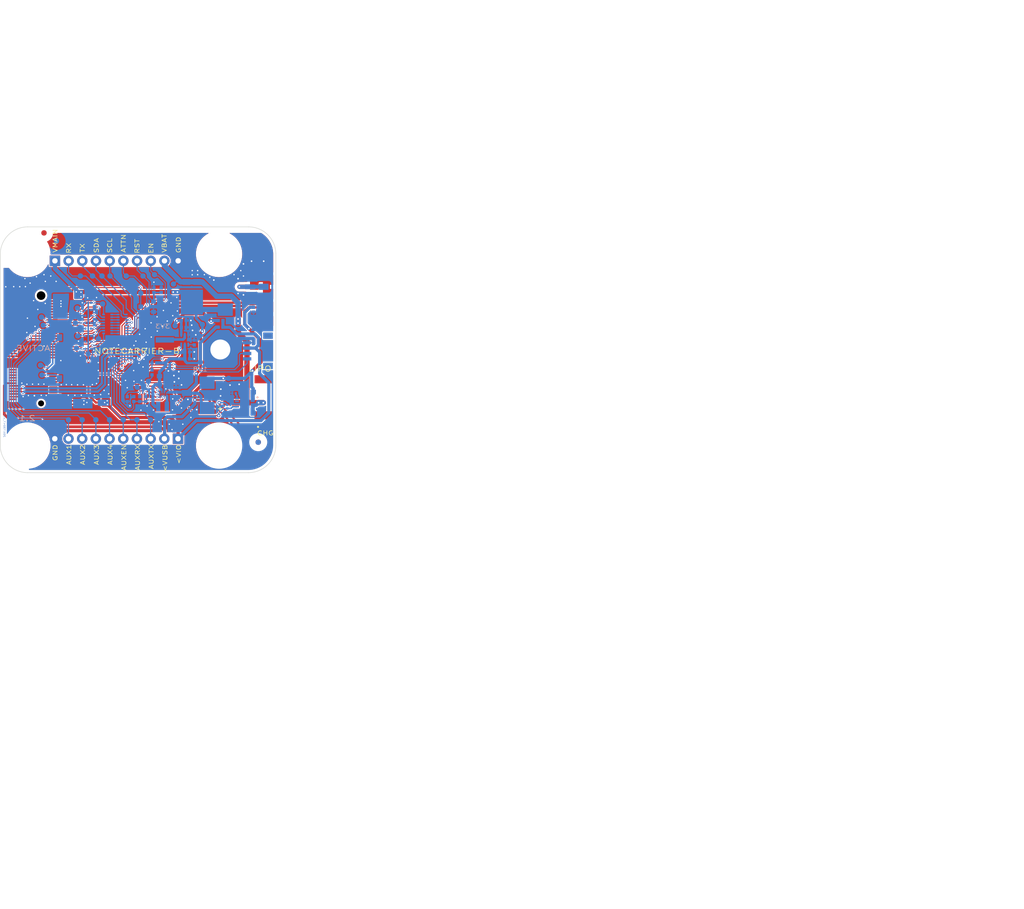
<source format=kicad_pcb>
(kicad_pcb (version 20221018) (generator pcbnew)
  (title_block (title "Notecarrier-B") (date "2023-03-28") (rev "A") (company "Blues Inc   (Copyright (c) 2023 Blues Inc)") (comment 2 "Company: Empirical.EE") (comment 3 "Drawn by: Heath Raftery"))
  (layers (0 "F.Cu" signal) (31 "B.Cu" signal) (34 "B.Paste" user) (35 "F.Paste" user) (36 "B.SilkS" user "B.Silkscreen") (37 "F.SilkS" user "F.Silkscreen") (38 "B.Mask" user) (39 "F.Mask" user) (44 "Edge.Cuts" user))
  (net 0 "")
  (net 1 "+3V3")
  (net 2 "GND")
  (net 3 "+1V8")
  (net 4 "VMODEM")
  (net 5 "VUSB")
  (net 6 "VIO_P")
  (net 7 "VMODEM_P")
  (net 8 "/RST")
  (net 9 "/EN")
  (net 10 "VBAT")
  (net 11 "VIO")
  (net 12 "/SDA_P")
  (net 13 "/SCL_P")
  (net 14 "/AUX_TX_P")
  (net 15 "/AUX_RX_P")
  (net 16 "/AUX_EN_P")
  (net 17 "/ATTN_P")
  (net 18 "/TX_P")
  (net 19 "/RX_P")
  (net 20 "VACT_GPS_OUT")
  (net 21 "/USB_DM")
  (net 22 "/USB_DP")
  (net 40 "/AUX5")
  (net 44 "/AUX1")
  (net 46 "/AUX2")
  (net 48 "/AUX3")
  (net 49 "/AUX4")
  (net 57 "/NRST")
  (net 61 "/AUX_TX")
  (net 62 "/AUX_RX")
  (net 63 "/AUX_EN")
  (net 64 "/RX")
  (net 65 "/TX")
  (net 66 "/SDA")
  (net 67 "/SCL")
  (net 68 "/ATTN")
  (net 69 "Net-(U4-SW)")
  (net 70 "Net-(U3-LX)")
  (net 71 "Net-(LD1-K)")
  (net 72 "Net-(U3-SEL)")
  (net 73 "Net-(U5-PROG)")
  (net 74 "Net-(U3-EN)")
  (net 75 "Net-(U4-CTRL)")
  (net 76 "/BOOST_EN")
  (net 77 "Net-(RR1-R8.2)")
  (net 78 "Net-(RR1-R7.2)")
  (net 79 "Net-(RR1-R6.2)")
  (net 80 "Net-(RR1-R5.2)")
  (net 81 "Net-(RR1-R4.2)")
  (net 82 "Net-(RR1-R3.2)")
  (net 83 "Net-(RR1-R2.2)")
  (net 84 "Net-(RR1-R1.2)")
  (net 86 "Net-(J19-Shield)")
  (net 87 "Net-(J20-VACT_GPS_IN)")
  (footprint "blues-kicad-lib:J-75-0050-MOS-M2-E" (layer "F.Cu") (at 102.46 77.14 90)
    (fp_text reference "J20" hide)
    (fp_text value "MDT420E01001" hide)
  )
  (footprint "blues-kicad-lib:J-2-0200-MOS-S2B" (layer "F.Cu") (at 140.8558 86.0134 90)
    (fp_text reference "J23" hide)
    (fp_text value "S2B-PH-SM4-TB(LF)(SN)" hide)
  )
  (footprint "blues-kicad-lib:FIDUCIAL" (layer "F.Cu") (at 142.7413 94.341)
    (fp_text reference "FID1" hide)
    (fp_text value "TPS" hide)
  )
  (footprint "blues-kicad-lib:FIDUCIAL" (layer "F.Cu") (at 103 55.5)
    (fp_text reference "FID2" hide)
    (fp_text value "TPS" hide)
  )
  (footprint "blues-kicad-lib:FORO-0330-U" (layer "F.Cu") (at 135.48 94.97)
    (fp_text reference "H4" hide)
    (fp_text value "MountingHole" hide)
  )
  (footprint "blues-kicad-lib:LD-0402" (layer "F.Cu") (at 144 91.5)
    (fp_text reference "LD1" hide)
    (fp_text value "SML-P12WTT86R" hide)
  )
  (footprint "blues-kicad-lib:FORO-0330-U" (layer "F.Cu") (at 99.92 59.41)
    (fp_text reference "H2" hide)
    (fp_text value "MountingHole" hide)
  )
  (footprint "blues-kicad-lib:DIST-WASMSIM0250" (layer "F.Cu") (at 135.71 77.14)
    (fp_text reference "OBJ1" hide)
    (fp_text value "9774025151R" hide)
  )
  (footprint "blues-kicad-lib:J-5-0065-FOS-MICROUSB10118192" (layer "F.Cu") (at 142.01 68.04 90)
    (fp_text reference "J19" hide)
    (fp_text value "MICROUSB-B" hide)
  )
  (footprint "blues-kicad-lib:FORO-0330-U" (layer "F.Cu") (at 99.92 94.97)
    (fp_text reference "H3" hide)
    (fp_text value "MountingHole" hide)
  )
  (footprint "blues-kicad-lib:FORO-0330-U" (layer "F.Cu") (at 135.48 59.41)
    (fp_text reference "H1" hide)
    (fp_text value "MountingHole" hide)
  )
  (footprint "Notecarrier-B:TPS-SPEA" (layer "B.Cu") (at 115.25 63.5 180)
    (fp_text reference "TP31" hide)
    (fp_text value "TPS-SPEA" hide)
  )
  (footprint "blues-kicad-lib:SOT563" (layer "B.Cu") (at 111.21 76.34)
    (fp_text reference "DS4" hide)
    (fp_text value "NU" hide)
  )
  (footprint "Notecarrier-B:TPS-SPEA" (layer "B.Cu") (at 123.5 63.25 180)
    (fp_text reference "TP34" hide)
    (fp_text value "TPS-SPEA" hide)
  )
  (footprint "Notecarrier-B:TPS-SPEA" (layer "B.Cu") (at 109.75 63.5 180)
    (fp_text reference "TP28" hide)
    (fp_text value "TPS-SPEA" hide)
  )
  (footprint "Notecarrier-B:TPS-SPEA" (layer "B.Cu") (at 113.885 68.665 180)
    (fp_text reference "TP25" hide)
    (fp_text value "TPS-SPEA" hide)
  )
  (footprint "blues-kicad-lib:RS-0402_NO-FILL" (layer "B.Cu") (at 118.4408 86.3474 90)
    (fp_text reference "R322" hide)
    (fp_text value "0R" hide)
  )
  (footprint "Notecarrier-B:TPS-SPEA" (layer "B.Cu") (at 132 79.5 180)
    (fp_text reference "TP12" hide)
    (fp_text value "TPS-SPEA" hide)
  )
  (footprint "blues-kicad-lib:RS-0201_NO-FILL" (layer "B.Cu") (at 137 87.75 90)
    (fp_text reference "R5" hide)
    (fp_text value "1k" hide)
  )
  (footprint "blues-kicad-lib:RS-0402_NO-FILL" (layer "B.Cu") (at 123.025 81.401 -90)
    (fp_text reference "R324" hide)
    (fp_text value "NU" hide)
  )
  (footprint "blues-kicad-lib:CS-C-1206" (layer "B.Cu") (at 129.47 83.7 90)
    (fp_text reference "C13" hide)
    (fp_text value "47u/16V-X5R" hide)
  )
  (footprint "Notecarrier-B:TPS-SPEA" (layer "B.Cu") (at 122.355 83.0295 180)
    (fp_text reference "TP10" hide)
    (fp_text value "TPS-SPEA" hide)
  )
  (footprint "blues-kicad-lib:CS-C-0402_NO-FILL" (layer "B.Cu") (at 123.375 66.125 90)
    (fp_text reference "C115" hide)
    (fp_text value "100n/16V" hide)
  )
  (footprint "blues-kicad-lib:FS-0603" (layer "B.Cu") (at 112.508 86.9999 180)
    (fp_text reference "F1" hide)
    (fp_text value "SF-0603F150-2" hide)
  )
  (footprint "blues-kicad-lib:XFBGA8" (layer "B.Cu") (at 125.09 85.41 -90)
    (fp_text reference "U4" hide)
    (fp_text value "TPS62748YFPT" hide)
  )
  (footprint "blues-kicad-lib:SOT563" (layer "B.Cu") (at 111.21 71.54)
    (fp_text reference "DS5" hide)
    (fp_text value "NU" hide)
  )
  (footprint "blues-kicad-lib:CS-C-0603" (layer "B.Cu") (at 141 85 180)
    (fp_text reference "C118" hide)
    (fp_text value "4.7u/10V/X5R" hide)
  )
  (footprint "blues-kicad-lib:RS-0402_NO-FILL" (layer "B.Cu") (at 135.75 73 180)
    (fp_text reference "R326" hide)
    (fp_text value "NU" hide)
  )
  (footprint "Notecarrier-B:TPS-SPEA" (layer "B.Cu") (at 111.2 77.94 180)
    (fp_text reference "TP14" hide)
    (fp_text value "TPS-SPEA" hide)
  )
  (footprint "Notecarrier-B:TPS-SPEA" (layer "B.Cu") (at 102.8575 72.64 180)
    (fp_text reference "TP21" hide)
    (fp_text value "TPS-SPEA" hide)
  )
  (footprint "Notecarrier-B:TPS-SPEA" (layer "B.Cu") (at 109 76.9 180)
    (fp_text reference "TP15" hide)
    (fp_text value "TPS-SPEA" hide)
  )
  (footprint "blues-kicad-lib:RR-8X-1506" (layer "B.Cu") (at 114.81 72.39 -90)
    (fp_text reference "RR2" hide)
    (fp_text value "100R/5%" hide)
  )
  (footprint "Notecarrier-B:TPS-SPEA" (layer "B.Cu") (at 107.54 90.1915 180)
    (fp_text reference "TP1" hide)
    (fp_text value "TPS-SPEA" hide)
  )
  (footprint "Notecarrier-B:TPS-SPEA" (layer "B.Cu") (at 110.08 90.1948 180)
    (fp_text reference "TP2" hide)
    (fp_text value "TPS-SPEA" hide)
  )
  (footprint "blues-kicad-lib:CS-C-1206" (layer "B.Cu") (at 143.75 64 90)
    (fp_text reference "C112" hide)
    (fp_text value "10n/1kV" hide)
  )
  (footprint "blues-kicad-lib:CS-C-0402_NO-FILL" (layer "B.Cu") (at 141.875 69.75 -90)
    (fp_text reference "C111" hide)
    (fp_text value "100n/16V" hide)
  )
  (footprint "blues-kicad-lib:RS-0402_NO-FILL" (layer "B.Cu") (at 121.8898 86.34 90)
    (fp_text reference "R10" hide)
    (fp_text value "10M/5%" hide)
  )
  (footprint "blues-kicad-lib:CS-C-0402_NO-FILL" (layer "B.Cu") (at 127.5 84.6 90)
    (fp_text reference "C14" hide)
    (fp_text value "4.7u/6.3V-X5R" hide)
  )
  (footprint "blues-kicad-lib:RS-0402_NO-FILL" (layer "B.Cu") (at 120.7698 86.34 -90)
    (fp_text reference "R323" hide)
    (fp_text value "NU" hide)
  )
  (footprint "blues-kicad-lib:J-4-0100-MOS-SH" (layer "B.Cu") (at 143.125 77.375 -90)
    (fp_text reference "J24" hide)
    (fp_text value "SM04B-SRSS-TBT" hide)
  )
  (footprint "blues-kicad-lib:FIDUCIAL" (layer "B.Cu") (at 142.7414 94.341 180)
    (fp_text reference "FID3" hide)
    (fp_text value "TPS" hide)
  )
  (footprint "blues-kicad-lib:RS-0402_NO-FILL" (layer "B.Cu") (at 124.75 66.125 -90)
    (fp_text reference "R319" hide)
    (fp_text value "1k" hide)
  )
  (footprint "Notecarrier-B:TPS-SPEA" (layer "B.Cu") (at 120.94 66.691999 180)
    (fp_text reference "TP26" hide)
    (fp_text value "TPS-SPEA" hide)
  )
  (footprint "Notecarrier-B:TPS-SPEA" (layer "B.Cu") (at 102.5366 71.1373 180)
    (fp_text reference "TP23" hide)
    (fp_text value "TPS-SPEA" hide)
  )
  (footprint "Notecarrier-B:TPS-SPEA" (layer "B.Cu") (at 112.6239 90.1944 180)
    (fp_text reference "TP3" hide)
    (fp_text value "TPS-SPEA" hide)
  )
  (footprint "blues-kicad-lib:FIDUCIAL" (layer "B.Cu") (at 105.32 57 180)
    (fp_text reference "FID4" hide)
    (fp_text value "TPS" hide)
  )
  (footprint "Notecarrier-B:TPS-SPEA" (layer "B.Cu") (at 102.625 81.8871 180)
    (fp_text reference "TP11" hide)
    (fp_text value "TPS-SPEA" hide)
  )
  (footprint "Notecarrier-B:TPS-SPEA" (layer "B.Cu") (at 97.875 67.125 180)
    (fp_text reference "TP38" hide)
    (fp_text value "TPS-SPEA" hide)
  )
  (footprint "Notecarrier-B:TPS-SPEA" (layer "B.Cu") (at 109.196 69.454 180)
    (fp_text reference "TP24" hide)
    (fp_text value "TPS-SPEA" hide)
  )
  (footprint "Notecarrier-B:TPS-SPEA" (layer "B.Cu") (at 120.27 84.13 180)
    (fp_text reference "TP8" hide)
    (fp_text value "TPS-SPEA" hide)
  )
  (footprint "Notecarrier-B:TPS-SPEA" (layer "B.Cu") (at 122.78 90.1944 180)
    (fp_text reference "TP6" hide)
    (fp_text value "TPS-SPEA" hide)
  )
  (footprint "Notecarrier-B:TPS-SPEA" (layer "B.Cu") (at 113.7501 63.5 180)
    (fp_text reference "TP30" hide)
    (fp_text value "TPS-SPEA" hide)
  )
  (footprint "Notecarrier-B:TPS-SPEA" (layer "B.Cu") (at 112 63.5 180)
    (fp_text reference "TP29" hide)
    (fp_text value "TPS-SPEA" hide)
  )
  (footprint "Notecarrier-B:TPS-SPEA" (layer "B.Cu") (at 108.81 72.215 180)
    (fp_text reference "TP22" hide)
    (fp_text value "TPS-SPEA" hide)
  )
  (footprint "blues-kicad-lib:LS-XFL4020" (layer "B.Cu") (at 125.41 76.54 -90)
    (fp_text reference "L4" hide)
    (fp_text value "XFL4020-222MEC" hide)
  )
  (footprint "blues-kicad-lib:RS-0402_NO-FILL" (layer "B.Cu") (at 130.87 75.85 -90)
    (fp_text reference "R6" hide)
    (fp_text value "82k" hide)
  )
  (footprint "blues-kicad-lib:CS-C-0603" (layer "B.Cu") (at 141 89 180)
    (fp_text reference "C117" hide)
    (fp_text value "4.7u/10V/X5R" hide)
  )
  (footprint "blues-kicad-lib:DSS-CHS-01TB" (layer "B.Cu") (at 105.8717 78.7319 180)
    (fp_text reference "DSW1" hide)
    (fp_text value "DIP-SW-CHS-01TB" hide)
  )
  (footprint "Notecarrier-B:TPS-SPEA" (layer "B.Cu") (at 127 65 180)
    (fp_text reference "TP39" hide)
    (fp_text value "TPS-SPEA" hide)
  )
  (footprint "Notecarrier-B:TPS-SPEA" (layer "B.Cu") (at 137.25 82.5 180)
    (fp_text reference "VUSB" hide)
    (fp_text value "TPS-SPEA" hide)
  )
  (footprint "blues-kicad-lib:RS-0201_NO-FILL" (layer "B.Cu") (at 138.25 85.25)
    (fp_text reference "R7" hide)
    (fp_text value "2.8k" hide)
  )
  (footprint "blues-kicad-lib:CS-C-0402_NO-FILL" (layer "B.Cu") (at 129.56 77.59)
    (fp_text reference "C10" hide)
    (fp_text value "100n/16V" hide)
  )
  (footprint "blues-kicad-lib:WDFN6-0200X0200" (layer "B.Cu") (at 129.11 75.34 -90)
    (fp_text reference "U3" hide)
    (fp_text value "MAX17225ELT" hide)
  )
  (footprint "Notecarrier-B:TPS-SPEA" (layer "B.Cu") (at 113.11 75.14 180)
    (fp_text reference "TP17" hide)
    (fp_text value "TPS-SPEA" hide)
  )
  (footprint "blues-kicad-lib:CS-C-0402_NO-FILL" (layer "B.Cu") (at 129.56 78.89)
    (fp_text reference "C9" hide)
    (fp_text value "10u/6.3V-X5R" hide)
  )
  (footprint "blues-kicad-lib:CS-C-0603" (layer "B.Cu") (at 125.23 83.64)
    (fp_text reference "C15" hide)
    (fp_text value "10u/10V-X5R" hide)
  )
  (footprint "blues-kicad-lib:VFDFN8-EXP" (layer "B.Cu") (at 140.25 87 -90)
    (fp_text reference "U5" hide)
    (fp_text value "MCP73831-2ACI/MC" hide)
  )
  (footprint "blues-kicad-lib:SMB" (layer "B.Cu") (at 136.625 69.75 90)
    (fp_text reference "TVS1" hide)
    (fp_text value "SM6T6V8A" hide)
  )
  (footprint "Notecarrier-B:TPS-SPEA" (layer "B.Cu") (at 117.7039 90.1944 180)
    (fp_text reference "TP4" hide)
    (fp_text value "TPS-SPEA" hide)
  )
  (footprint "Notecarrier-B:TPS-SPEA" (layer "B.Cu") (at 109.256 74.615 180)
    (fp_text reference "TP18" hide)
    (fp_text value "TPS-SPEA" hide)
  )
  (footprint "blues-kicad-lib:SOT563" (layer "B.Cu") (at 111.21 69.14)
    (fp_text reference "DS10" hide)
    (fp_text value "NU" hide)
  )
  (footprint "blues-kicad-lib:CS-C-0603" (layer "B.Cu") (at 125.23 82.09)
    (fp_text reference "C16" hide)
    (fp_text value "10u/10V-X5R" hide)
  )
  (footprint "blues-kicad-lib:TO277-3" (layer "B.Cu") (at 130.41 67.34)
    (fp_text reference "DS15" hide)
    (fp_text value "FSV1045V" hide)
  )
  (footprint "blues-kicad-lib:CS-C-0402_NO-FILL" (layer "B.Cu") (at 128.915 73.04)
    (fp_text reference "C8" hide)
    (fp_text value "10u/6.3V-X5R" hide)
  )
  (footprint "blues-kicad-lib:SOT563" (layer "B.Cu") (at 111.21 73.94)
    (fp_text reference "DS6" hide)
    (fp_text value "NU" hide)
  )
  (footprint "blues-kicad-lib:SMB" (layer "B.Cu") (at 133.25 88 90)
    (fp_text reference "DS14" hide)
    (fp_text value "STPS3H100U" hide)
  )
  (footprint "Notecarrier-B:TPS-SPEA" (layer "B.Cu") (at 102.356 80.0525 180)
    (fp_text reference "TP13" hide)
    (fp_text value "TPS-SPEA" hide)
  )
  (footprint "Notecarrier-B:TPS-SPEA" (layer "B.Cu") (at 132.375 72.5 180)
    (fp_text reference "VMODEM" hide)
    (fp_text value "TPS-SPEA" hide)
  )
  (footprint "blues-kicad-lib:FS-0603" (layer "B.Cu") (at 108.1269 67.2589 180)
    (fp_text reference "F2" hide)
    (fp_text value "3.5A/32V" hide)
  )
  (footprint "blues-kicad-lib:RS-0402_NO-FILL" (layer "B.Cu") (at 135.75 71.75 180)
    (fp_text reference "R325" hide)
    (fp_text value "0R" hide)
  )
  (footprint "blues-kicad-lib:CS-T-A" (layer "B.Cu") (at 107.9237 87.1706 180)
    (fp_text reference "C113" hide)
    (fp_text value "NU" hide)
  )
  (footprint "blues-kicad-lib:RS-0402_NO-FILL" (layer "B.Cu") (at 123.475 79.6295)
    (fp_text reference "R318" hide)
    (fp_text value "0R" hide)
  )
  (footprint "blues-kicad-lib:CS-C-0402_NO-FILL" (layer "B.Cu") (at 119.6498 86.34 90)
    (fp_text reference "C116" hide)
    (fp_text value "100n/16V" hide)
  )
  (footprint "blues-kicad-lib:SOT23_NO-FILL" (layer "B.Cu") (at 123.31 68.24)
    (fp_text reference "Q2" hide)
    (fp_text value "AO3420" hide)
  )
  (footprint "blues-kicad-lib:RS-1206" (layer "B.Cu") (at 141.25 64 90)
    (fp_text reference "R307" hide)
    (fp_text value "1M" hide)
  )
  (footprint "blues-kicad-lib:CS-T-B" (layer "B.Cu") (at 106.0028 70.2532 -90)
    (fp_text reference "C114" hide)
    (fp_text value "NU" hide)
  )
  (footprint "blues-kicad-lib:J-10-0254-MDT" (layer "B.Cu") (at 105.025 60.68 -90)
    (fp_text reference "J22" hide)
    (fp_text value "NU" hide)
  )
  (footprint "Notecarrier-B:TPS-SPEA" (layer "B.Cu") (at 115.16 90.1944 180)
    (fp_text reference "TP7" hide)
    (fp_text value "TPS-SPEA" hide)
  )
  (footprint "Notecarrier-B:TPS-SPEA" (layer "B.Cu") (at 121.3689 63.5 180)
    (fp_text reference "TP33" hide)
    (fp_text value "TPS-SPEA" hide)
  )
  (footprint "blues-kicad-lib:J-10-0254-MDT" (layer "B.Cu") (at 127.86 93.7 90)
    (fp_text reference "J21" hide)
    (fp_text value "NU" hide)
  )
  (footprint "blues-kicad-lib:CS-C-0402_NO-FILL" (layer "B.Cu") (at 128.915 71.74)
    (fp_text reference "C7" hide)
    (fp_text value "100n/16V" hide)
  )
  (footprint "Notecarrier-B:TPS-SPEA" (layer "B.Cu") (at 127.31 72.715 180)
    (fp_text reference "TP20" hide)
    (fp_text value "TPS-SPEA" hide)
  )
  (footprint "Notecarrier-B:TPS-SPEA" (layer "B.Cu") (at 118.25 63.5 180)
    (fp_text reference "TP32" hide)
    (fp_text value "TPS-SPEA" hide)
  )
  (footprint "Notecarrier-B:TPS-SPEA" (layer "B.Cu") (at 120.24 90.1944 180)
    (fp_text reference "TP5" hide)
    (fp_text value "TPS-SPEA" hide)
  )
  (footprint "blues-kicad-lib:RR-8X-1506" (layer "B.Cu") (at 117.51 72.39 -90)
    (fp_text reference "RR1" hide)
    (fp_text value "100R/5%" hide)
  )
  (footprint "blues-kicad-lib:LS-0806" (layer "B.Cu") (at 124.99 87.71 180)
    (fp_text reference "L2" hide)
    (fp_text value "1285AS-H-2R2M=P2" hide)
  )
  (gr_circle (center 142.6 86.03) (end 142.65 86.03) (stroke (width 0.15)) (fill none) (layer "B.SilkS"))
  (gr_circle (center 142.7 91.5) (end 142.82 91.5) (stroke (width 0.15)) (fill solid) (layer "F.SilkS"))
  (gr_arc (start 100 100) (mid 96.386684 98.503316) (end 94.89 94.89) (stroke (width 0.1)) (layer "Edge.Cuts"))
  (gr_line (start 94.89 59.49) (end 94.89 94.89) (stroke (width 0.1)) (layer "Edge.Cuts"))
  (gr_line (start 146.01 95) (end 146.01 59.34) (stroke (width 0.1)) (layer "Edge.Cuts"))
  (gr_arc (start 94.89 59.49) (mid 96.386684 55.876684) (end 100 54.38) (stroke (width 0.1)) (layer "Edge.Cuts"))
  (gr_line (start 100 100) (end 140.895 100) (stroke (width 0.1)) (layer "Edge.Cuts"))
  (gr_arc (start 146.01 95) (mid 144.471901 98.542848) (end 140.895 100) (stroke (width 0.1)) (layer "Edge.Cuts"))
  (gr_arc (start 140.95 54.38) (mid 144.492779 55.8268) (end 146.01 59.34) (stroke (width 0.1)) (layer "Edge.Cuts"))
  (gr_line (start 140.95 54.38) (end 100 54.38) (stroke (width 0.1)) (layer "Edge.Cuts"))
  (gr_text "20173047_V14" (at 95.475 93.45 -90) (layer "B.Cu") (effects (font (size 0.3 0.4) (thickness 0.04)) (justify left bottom mirror)))
  (gr_text "3V3" (at 126.45 73.3) (layer "B.SilkS") (effects (font (size 0.8 1) (thickness 0.0875)) (justify left bottom mirror)))
  (gr_text "1V8" (at 133.425 81.275) (layer "B.SilkS") (effects (font (size 0.8 1) (thickness 0.0875)) (justify left bottom mirror)))
  (gr_text "ACTIVE" (at 104.25 77.5) (layer "B.SilkS") (effects (font (size 1 1.3) (thickness 0.125)) (justify left bottom mirror)))
  (gr_text "2.1" (at 101.5 90.5) (layer "B.SilkS") (effects (font (size 1 1.3) (thickness 0.125)) (justify left bottom mirror)))
  (gr_text "+" (at 135.05 88.55) (layer "F.SilkS") (effects (font (size 0.8 0.8) (thickness 0.16) bold) (justify left bottom)))
  (gr_text "SDA" (at 113.2 59.325 90) (layer "F.SilkS") (effects (font (size 0.8 1) (thickness 0.125)) (justify left bottom)))
  (gr_text "GND" (at 128.425 59.325 90) (layer "F.SilkS") (effects (font (size 0.8 1) (thickness 0.125)) (justify left bottom)))
  (gr_text "<VIO" (at 128.46 98.475 90) (layer "F.SilkS") (effects (font (size 0.8 1) (thickness 0.125)) (justify left bottom)))
  (gr_text "AUX2" (at 110.65 98.665477 90) (layer "F.SilkS") (effects (font (size 0.8 1) (thickness 0.125)) (justify left bottom)))
  (gr_text "RST" (at 120.75 59.4 90) (layer "F.SilkS") (effects (font (size 0.8 1) (thickness 0.125)) (justify left bottom)))
  (gr_text "VMAIN" (at 105.55 59.25 90) (layer "F.SilkS") (effects (font (size 0.8 1) (thickness 0.125)) (justify left bottom)))
  (gr_text "RX" (at 108.075 59.4 90) (layer "F.SilkS") (effects (font (size 0.8 1) (thickness 0.125)) (justify left bottom)))
  (gr_text "AUX3" (at 113.22 98.665477 90) (layer "F.SilkS") (effects (font (size 0.8 1) (thickness 0.125)) (justify left bottom)))
  (gr_text "TX" (at 110.6 59.25 90) (layer "F.SilkS") (effects (font (size 0.8 1) (thickness 0.125)) (justify left bottom)))
  (gr_text "AUXEN" (at 118.3 99.665477 90) (layer "F.SilkS") (effects (font (size 0.8 1) (thickness 0.125)) (justify left bottom)))
  (gr_text "VBAT" (at 125.8 59.25 90) (layer "F.SilkS") (effects (font (size 0.8 1) (thickness 0.125)) (justify left bottom)))
  (gr_text "AUXTX" (at 123.38 99.427382 90) (layer "F.SilkS") (effects (font (size 0.8 1) (thickness 0.125)) (justify left bottom)))
  (gr_text "AUXRX" (at 120.84 99.665477 90) (layer "F.SilkS") (effects (font (size 0.8 1) (thickness 0.125)) (justify left bottom)))
  (gr_text "NOTECARRIER-B" (at 112.225 78.025) (layer "F.SilkS") (effects (font (size 1 1.3) (thickness 0.125)) (justify left bottom)))
  (gr_text "SCL" (at 115.675 59.325 90) (layer "F.SilkS") (effects (font (size 0.8 1) (thickness 0.125)) (justify left bottom)))
  (gr_text "AUX1" (at 108.1 98.665477 90) (layer "F.SilkS") (effects (font (size 0.8 1) (thickness 0.125)) (justify left bottom)))
  (gr_text "GND" (at 105.55 97.903572 90) (layer "F.SilkS") (effects (font (size 0.8 1) (thickness 0.125)) (justify left bottom)))
  (gr_text "ATTN" (at 118.225 59.25 90) (layer "F.SilkS") (effects (font (size 0.8 1) (thickness 0.125)) (justify left bottom)))
  (gr_text "LIPO" (at 140.8 81.3) (layer "F.SilkS") (effects (font (size 1 1.3) (thickness 0.125)) (justify left bottom)))
  (gr_text "AUX4" (at 115.76 98.665477 90) (layer "F.SilkS") (effects (font (size 0.8 1) (thickness 0.125)) (justify left bottom)))
  (gr_text "CHG" (at 142.45 93.125) (layer "F.SilkS") (effects (font (size 0.8 1) (thickness 0.125)) (justify left bottom)))
  (gr_text "EN" (at 123.325 59.4 90) (layer "F.SilkS") (effects (font (size 0.8 1) (thickness 0.125)) (justify left bottom)))
  (gr_text "<VUSB" (at 125.92 99.951191 90) (layer "F.SilkS") (effects (font (size 0.8 1) (thickness 0.125)) (justify left bottom)))
  (segment (start 128.9679 70.5) (end 127.6443 71.8236) (width 0.6) (layer "F.Cu") (net 1))
  (segment (start 132.625 70.5) (end 128.9679 70.5) (width 0.6) (layer "F.Cu") (net 1))
  (segment (start 134 71.875) (end 132.625 70.5) (width 0.6) (layer "F.Cu") (net 1))
  (via (at 134 71.875) (size 0.65) (drill 0.3) (layers "F.Cu" "B.Cu") (net 1))
  (via (at 127.6443 71.8236) (size 0.65) (drill 0.3) (layers "F.Cu" "B.Cu") (net 1))
  (segment (start 134 71.875) (end 134.125 71.75) (width 0.6) (layer "B.Cu") (net 1))
  (segment (start 127.31 72.19) (end 127.625 71.875) (width 0.5) (layer "B.Cu") (net 1))
  (segment (start 128.465 71.74) (end 128.465 73.04) (width 0.5) (layer "B.Cu") (net 1))
  (segment (start 127.625 71.875) (end 127.625 71.8429) (width 0.5) (layer "B.Cu") (net 1))
  (segment (start 128.46 73.045) (end 128.465 73.04) (width 0.5) (layer "B.Cu") (net 1))
  (segment (start 127.31 72.1905) (end 127.31 72.19) (width 0.5) (layer "B.Cu") (net 1))
  (segment (start 128.46 74.425) (end 128.46 73.045) (width 0.5) (layer "B.Cu") (net 1))
  (segment (start 127.7605 71.74) (end 128.465 71.74) (width 0.5) (layer "B.Cu") (net 1))
  (segment (start 127.625 71.8429) (end 127.6443 71.8236) (width 0.5) (layer "B.Cu") (net 1))
  (segment (start 134.125 71.75) (end 135.3 71.75) (width 0.6) (layer "B.Cu") (net 1))
  (segment (start 127.31 72.1905) (end 127.7605 71.74) (width 0.5) (layer "B.Cu") (net 1))
  (segment (start 127.31 72.715) (end 127.31 72.1905) (width 0.5) (layer "B.Cu") (net 1))
  (segment (start 95.8689 75.39) (end 97.185 75.39) (width 0.3) (layer "F.Cu") (net 2))
  (segment (start 141.885 66.74) (end 140.26 66.74) (width 0.4) (layer "F.Cu") (net 2))
  (segment (start 98.2349 85.39) (end 97.185 85.39) (width 0.3) (layer "F.Cu") (net 2))
  (segment (start 95.7862 73.89) (end 97.185 73.89) (width 0.3) (layer "F.Cu") (net 2))
  (segment (start 95.7639 72.39) (end 97.185 72.39) (width 0.3) (layer "F.Cu") (net 2))
  (segment (start 95.7955 76.89) (end 97.185 76.89) (width 0.3) (layer "F.Cu") (net 2))
  (segment (start 98.6004 75.39) (end 97.185 75.39) (width 0.3) (layer "F.Cu") (net 2))
  (segment (start 98.2492 85.89) (end 97.185 85.89) (width 0.3) (layer "F.Cu") (net 2))
  (segment (start 110.4986 68.0749) (end 111.0188 67.5547) (width 0.4) (layer "F.Cu") (net 2))
  (segment (start 98.2636 83.89) (end 97.185 83.89) (width 0.3) (layer "F.Cu") (net 2))
  (segment (start 98.6645 76.89) (end 97.185 76.89) (width 0.3) (layer "F.Cu") (net 2))
  (segment (start 98.2812 85.4363) (end 98.2349 85.39) (width 0.3) (layer "F.Cu") (net 2))
  (segment (start 98.5261 68.89) (end 97.185 68.89) (width 0.3) (layer "F.Cu") (net 2))
  (segment (start 98.2938 85.8454) (end 98.2492 85.89) (width 0.3) (layer "F.Cu") (net 2))
  (segment (start 98.482 72.39) (end 97.185 72.39) (width 0.3) (layer "F.Cu") (net 2))
  (segment (start 110.49 68.0835) (end 110.1085 68.465) (width 0.4) (layer "F.Cu") (net 2))
  (segment (start 98.573 73.89) (end 97.185 73.89) (width 0.3) (layer "F.Cu") (net 2))
  (segment (start 97.185 78.39) (end 98.7756 78.39) (width 0.3) (layer "F.Cu") (net 2))
  (segment (start 98.5295 68.39) (end 97.185 68.39) (width 0.3) (layer "F.Cu") (net 2))
  (segment (start 97.185 78.7182) (end 97.185 78.39) (width 0.2) (layer "F.Cu") (net 2))
  (segment (start 95.7295 78.39) (end 97.185 78.39) (width 0.3) (layer "F.Cu") (net 2))
  (segment (start 105.9779 82.14) (end 104.735 82.14) (width 0.2) (layer "F.Cu") (net 2))
  (segment (start 140.26 66.74) (end 140 67) (width 0.4) (layer "F.Cu") (net 2))
  (segment (start 111.0188 67.5547) (end 111.0994 67.5547) (width 0.4) (layer "F.Cu") (net 2))
  (via (at 126.07 81.12) (size 0.65) (drill 0.3) (layers "F.Cu" "B.Cu") (net 2))
  (via (at 139 64) (size 0.65) (drill 0.3) (layers "F.Cu" "B.Cu") (net 2))
  (via (at 137.5 83.75) (size 0.65) (drill 0.3) (layers "F.Cu" "B.Cu") (net 2))
  (via (at 131.325 88.3) (size 0.65) (drill 0.3) (layers "F.Cu" "B.Cu") (net 2))
  (via (at 112.4 71.9) (size 0.45) (drill 0.254) (layers "F.Cu" "B.Cu") (net 2))
  (via (at 112.3 74.615) (size 0.45) (drill 0.254) (layers "F.Cu" "B.Cu") (net 2))
  (via (at 139.2 83.6) (size 0.65) (drill 0.3) (layers "F.Cu" "B.Cu") (net 2))
  (via (at 123.3866 64.6384) (size 0.45) (drill 0.254) (layers "F.Cu" "B.Cu") (net 2))
  (via (at 126.25 91) (size 0.45) (drill 0.254) (layers "F.Cu" "B.Cu") (net 2))
  (via (at 128.75 91) (size 0.45) (drill 0.254) (layers "F.Cu" "B.Cu") (net 2))
  (via (at 126.75 92) (size 0.45) (drill 0.254) (layers "F.Cu" "B.Cu") (net 2))
  (via (at 130.25 89.75) (size 0.45) (drill 0.254) (layers "F.Cu" "B.Cu") (net 2))
  (via (at 112.31 70.04) (size 0.45) (drill 0.254) (layers "F.Cu" "B.Cu") (net 2))
  (via (at 112.24 77.2865) (size 0.45) (drill 0.254) (layers "F.Cu" "B.Cu") (net 2))
  (via (at 95.9095 65.496799) (size 0.45) (drill 0.254) (layers "F.Cu" "B.Cu") (net 2))
  (via (at 131.5 62.5) (size 0.45) (drill 0.254) (layers "F.Cu" "B.Cu") (net 2))
  (via (at 134.5 64.25) (size 0.65) (drill 0.3) (layers "F.Cu" "B.Cu") (net 2))
  (via (at 130.4916 63.2782) (size 0.45) (drill 0.254) (layers "F.Cu" "B.Cu") (net 2))
  (via (at 143.75 60.75) (size 0.65) (drill 0.3) (layers "F.Cu" "B.Cu") (net 2))
  (via (at 103 63.25) (size 0.45) (drill 0.254) (layers "F.Cu" "B.Cu") (net 2))
  (via (at 104.25 63.5) (size 0.45) (drill 0.254) (layers "F.Cu" "B.Cu") (net 2))
  (via (at 103.25 64.5) (size 0.45) (drill 0.254) (layers "F.Cu" "B.Cu") (net 2))
  (via (at 105.25 64.5) (size 0.45) (drill 0.254) (layers "F.Cu" "B.Cu") (net 2))
  (via (at 140 63.5) (size 0.45) (drill 0.254) (layers "F.Cu" "B.Cu") (net 2))
  (via (at 132.75 63.25) (size 0.45) (drill 0.254) (layers "F.Cu" "B.Cu") (net 2))
  (via (at 127.19 83.15) (size 0.65) (drill 0.3) (layers "F.Cu" "B.Cu") (net 2))
  (via (at 131.5 63.25) (size 0.45) (drill 0.254) (layers "F.Cu" "B.Cu") (net 2))
  (via (at 139 66.75) (size 0.45) (drill 0.254) (layers "F.Cu" "B.Cu") (net 2))
  (via (at 130.5 62.5) (size 0.45) (drill 0.254) (layers "F.Cu" "B.Cu") (net 2))
  (via (at 128 81.25) (size 0.65) (drill 0.3) (layers "F.Cu" "B.Cu") (net 2))
  (via (at 133.75 63.75) (size 0.45) (drill 0.254) (layers "F.Cu" "B.Cu") (net 2))
  (via (at 139.5 62.5) (size 0.45) (drill 0.254) (layers "F.Cu" "B.Cu") (net 2))
  (via (at 138.25 63.25) (size 0.45) (drill 0.254) (layers "F.Cu" "B.Cu") (net 2))
  (via (at 127.6303 67.4762) (size 0.45) (drill 0.254) (layers "F.Cu" "B.Cu") (net 2))
  (via (at 129.7 86.4) (size 0.65) (drill 0.3) (layers "F.Cu" "B.Cu") (net 2))
  (via (at 112.7453 67.4922) (size 0.45) (drill 0.254) (layers "F.Cu" "B.Cu") (net 2))
  (via (at 111.0994 67.5547) (size 0.45) (drill 0.254) (layers "F.Cu" "B.Cu") (net 2))
  (via (at 101.6119 63.6371) (size 0.45) (drill 0.254) (layers "F.Cu" "B.Cu") (net 2))
  (via (at 99.5598 65.471599) (size 0.45) (drill 0.254) (layers "F.Cu" "B.Cu") (net 2))
  (via (at 100.4284 64.8171) (size 0.45) (drill 0.254) (layers "F.Cu" "B.Cu") (net 2))
  (via (at 99.4613 63.9711) (size 0.45) (drill 0.254) (layers "F.Cu" "B.Cu") (net 2))
  (via (at 97.3822 65.471599) (size 0.45) (drill 0.254) (layers "F.Cu" "B.Cu") (net 2))
  (via (at 98.5025 65.4842) (size 0.45) (drill 0.254) (layers "F.Cu" "B.Cu") (net 2))
  (via (at 126.8779 70.8611) (size 0.45) (drill 0.254) (layers "F.Cu" "B.Cu") (net 2))
  (via (at 127.7442 69.9948) (size 0.45) (drill 0.254) (layers "F.Cu" "B.Cu") (net 2))
  (via (at 125.8739 71.865) (size 0.45) (drill 0.254) (layers "F.Cu" "B.Cu") (net 2))
  (via (at 122.8657 72.1858) (size 0.45) (drill 0.254) (layers "F.Cu" "B.Cu") (net 2))
  (via (at 123.9776 71.0738) (size 0.45) (drill 0.254) (layers "F.Cu" "B.Cu") (net 2))
  (via (at 125.1529 69.8986) (size 0.45) (drill 0.254) (layers "F.Cu" "B.Cu") (net 2))
  (via (at 141.5 60.75) (size 0.65) (drill 0.3) (layers "F.Cu" "B.Cu") (net 2))
  (via (at 130.55 73.594) (size 0.65) (drill 0.3) (layers "F.Cu" "B.Cu") (net 2))
  (via (at 128.51 83.71) (size 0.65) (drill 0.3) (layers "F.Cu" "B.Cu") (net 2))
  (via (at 130.88 77.59) (size 0.65) (drill 0.3) (layers "F.Cu" "B.Cu") (net 2))
  (via (at 126.5635 68.488) (size 0.45) (drill 0.254) (layers "F.Cu" "B.Cu") (net 2))
  (via (at 110.108 68.465) (size 0.45) (drill 0.254) (layers "F.Cu" "B.Cu") (net 2))
  (via (at 110.0761 71.115) (size 0.45) (drill 0.254) (layers "F.Cu" "B.Cu") (net 2))
  (via (at 103.2369 68.5867) (size 0.45) (drill 0.254) (layers "F.Cu" "B.Cu") (net 2))
  (via (at 101.0718 68.0706) (size 0.45) (drill 0.254) (layers "F.Cu" "B.Cu") (net 2))
  (via (at 101.8523 69.707) (size 0.45) (drill 0.254) (layers "F.Cu" "B.Cu") (net 2))
  (via (at 99.9262 71.3246) (size 0.45) (drill 0.254) (layers "F.Cu" "B.Cu") (net 2))
  (via (at 122.9067 74.8323) (size 0.45) (drill 0.254) (layers "F.Cu" "B.Cu") (net 2))
  (via (at 124.0186 73.7204) (size 0.45) (drill 0.254) (layers "F.Cu" "B.Cu") (net 2))
  (via (at 124.9463 72.7926) (size 0.45) (drill 0.254) (layers "F.Cu" "B.Cu") (net 2))
  (via (at 122.049 76.9083) (size 0.45) (drill 0.254) (layers "F.Cu" "B.Cu") (net 2))
  (via (at 130.89 78.86) (size 0.65) (drill 0.3) (layers "F.Cu" "B.Cu") (net 2))
  (via (at 119.6833 76.3834) (size 0.45) (drill 0.254) (layers "F.Cu" "B.Cu") (net 2))
  (via (at 121.9473 75.7917) (size 0.45) (drill 0.254) (layers "F.Cu" "B.Cu") (net 2))
  (via (at 101.2197 85.7137) (size 0.65) (drill 0.3) (layers "F.Cu" "B.Cu") (net 2))
  (via (at 120.0427 75.5872) (size 0.45) (drill 0.254) (layers "F.Cu" "B.Cu") (net 2))
  (via (at 120.7371 74.3144) (size 0.45) (drill 0.254) (layers "F.Cu" "B.Cu") (net 2))
  (via (at 121.7665 73.285) (size 0.45) (drill 0.254) (layers "F.Cu" "B.Cu") (net 2))
  (via (at 116.8303 76.2817) (size 0.45) (drill 0.254) (layers "F.Cu" "B.Cu") (net 2))
  (via (at 114.2356 77.1545) (size 0.45) (drill 0.254) (layers "F.Cu" "B.Cu") (net 2))
  (via (at 116.0017 76.8182) (size 0.45) (drill 0.254) (layers "F.Cu" "B.Cu") (net 2))
  (via (at 109.4 75.6) (size 0.45) (drill 0.254) (layers "F.Cu" "B.Cu") (net 2))
  (via (at 99.813 73.9869) (size 0.45) (drill 0.254) (layers "F.Cu" "B.Cu") (net 2))
  (via (at 101.3362 72.854) (size 0.45) (drill 0.254) (layers "F.Cu" "B.Cu") (net 2))
  (via (at 103.009 76.493) (size 0.45) (drill 0.254) (layers "F.Cu" "B.Cu") (net 2))
  (via (at 122.2479 78.1873) (size 0.45) (drill 0.254) (layers "F.Cu" "B.Cu") (net 2))
  (via (at 121.375 80.375) (size 0.45) (drill 0.254) (layers "F.Cu" "B.Cu") (net 2))
  (via (at 121.5426 78.9434) (size 0.45) (drill 0.254) (layers "F.Cu" "B.Cu") (net 2))
  (via (at 119.6304 81.0526) (size 0.45) (drill 0.254) (layers "F.Cu" "B.Cu") (net 2))
  (via (at 119.7307 78.7182) (size 0.45) (drill 0.254) (layers "F.Cu" "B.Cu") (net 2))
  (via (at 120.6086 79.6868) (size 0.45) (drill 0.254) (layers "F.Cu" "B.Cu") (net 2))
  (via (at 113.075 81.0346) (size 0.45) (drill 0.254) (layers "F.Cu" "B.Cu") (net 2))
  (via (at 113.075 79.5733) (size 0.45) (drill 0.254) (layers "F.Cu" "B.Cu") (net 2))
  (via (at 113.2365 78.1557) (size 0.45) (drill 0.254) (layers "F.Cu" "B.Cu") (net 2))
  (via (at 114.975 80.7553) (size 0.45) (drill 0.254) (layers "F.Cu" "B.Cu") (net 2))
  (via (at 114.975 79.4464) (size 0.45) (drill 0.254) (layers "F.Cu" "B.Cu") (net 2))
  (via (at 116.8556 78.7182) (size 0.45) (drill 0.254) (layers "F.Cu" "B.Cu") (net 2))
  (via (at 109.7702 78.3148) (size 0.45) (drill 0.254) (layers "F.Cu" "B.Cu") (net 2))
  (via (at 106.122 79.1969) (size 0.45) (drill 0.254) (layers "F.Cu" "B.Cu") (net 2))
  (via (at 126.88 86.3105) (size 0.45) (drill 0.254) (layers "F.Cu" "B.Cu") (net 2))
  (via (at 125.6 84.45) (size 0.45) (drill 0.254) (layers "F.Cu" "B.Cu") (net 2))
  (via (at 119.6895 83.0426) (size 0.45) (drill 0.254) (layers "F.Cu" "B.Cu") (net 2))
  (via (at 118.4436 84.2371) (size 0.45) (drill 0.254) (layers "F.Cu" "B.Cu") (net 2))
  (via (at 121.085 82.862) (size 0.45) (drill 0.254) (layers "F.Cu" "B.Cu") (net 2))
  (via (at 113.505 85.5094) (size 0.45) (drill 0.254) (layers "F.Cu" "B.Cu") (net 2))
  (via (at 115 85.375) (size 0.45) (drill 0.254) (layers "F.Cu" "B.Cu") (net 2))
  (via (at 118.125 82.875) (size 0.45) (drill 0.254) (layers "F.Cu" "B.Cu") (net 2))
  (via (at 113.075 82.4773) (size 0.45) (drill 0.254) (layers "F.Cu" "B.Cu") (net 2))
  (via (at 135.75 85.75) (size 0.65) (drill 0.3) (layers "F.Cu" "B.Cu") (net 2))
  (via (at 114.1487 84.7312) (size 0.45) (drill 0.254) (layers "F.Cu" "B.Cu") (net 2))
  (via (at 114.973 83.6868) (size 0.45) (drill 0.254) (layers "F.Cu" "B.Cu") (net 2))
  (via (at 114.975 82.2675) (size 0.45) (drill 0.254) (layers "F.Cu" "B.Cu") (net 2))
  (via (at 108.1328 83.6704) (size 0.45) (drill 0.254) (layers "F.Cu" "B.Cu") (net 2))
  (via (at 108.7202 85.6371) (size 0.45) (drill 0.254) (layers "F.Cu" "B.Cu") (net 2))
  (via (at 109.9207 85.6286) (size 0.45) (drill 0.254) (layers "F.Cu" "B.Cu") (net 2))
  (via (at 109.224 83.6919) (size 0.45) (drill 0.254) (layers "F.Cu" "B.Cu") (net 2))
  (via (at 110.3169 83.6919) (size 0.45) (drill 0.254) (layers "F.Cu" "B.Cu") (net 2))
  (via (at 131.15 74.4265) (size 0.65) (drill 0.3) (layers "F.Cu" "B.Cu") (net 2))
  (via (at 111.9725 83.6619) (size 0.45) (drill 0.254) (layers "F.Cu" "B.Cu") (net 2))
  (via (at 112.7389 83.4535) (size 0.45) (drill 0.254) (layers "F.Cu" "B.Cu") (net 2))
  (via (at 112.3372 85.6048) (size 0.45) (drill 0.254) (layers "F.Cu" "B.Cu") (net 2))
  (via (at 107.1452 83.6534) (size 0.45) (drill 0.254) (layers "F.Cu" "B.Cu") (net 2))
  (via (at 107.5028 85.6371) (size 0.45) (drill 0.254) (layers "F.Cu" "B.Cu") (net 2))
  (via (at 106.1995 83.6919) (size 0.45) (drill 0.254) (layers "F.Cu" "B.Cu") (net 2))
  (via (at 130.4 72.622) (size 0.65) (drill 0.3) (layers "F.Cu" "B.Cu") (net 2))
  (via (at 98.8893 83.3746) (size 0.45) (drill 0.254) (layers "F.Cu" "B.Cu") (net 2))
  (via (at 99.1279 85.8866) (size 0.45) (drill 0.254) (layers "F.Cu" "B.Cu") (net 2))
  (via (at 100.1076 85.6856) (size 0.45) (drill 0.254) (layers "F.Cu" "B.Cu") (net 2))
  (via (at 102.4939 85.6479) (size 0.45) (drill 0.254) (layers "F.Cu" "B.Cu") (net 2))
  (via (at 102.9837 83.563) (size 0.45) (drill 0.254) (layers "F.Cu" "B.Cu") (net 2))
  (via (at 101.979 83.5756) (size 0.45) (drill 0.254) (layers "F.Cu" "B.Cu") (net 2))
  (via (at 100.8737 83.5756) (size 0.45) (drill 0.254) (layers "F.Cu" "B.Cu") (net 2))
  (via (at 99.8313 83.5882) (size 0.45) (drill 0.254) (layers "F.Cu" "B.Cu") (net 2))
  (via (at 103.4077 85.6626) (size 0.45) (drill 0.254) (layers "F.Cu" "B.Cu") (net 2))
  (via (at 126.835 88.3455) (size 0.45) (drill 0.254) (layers "F.Cu" "B.Cu") (net 2))
  (via (at 140 61.25) (size 0.65) (drill 0.3) (layers "F.Cu" "B.Cu") (net 2))
  (via (at 128.5 88) (size 0.45) (drill 0.254) (layers "F.Cu" "B.Cu") (net 2))
  (via (at 124.3109 90.5296) (size 0.45) (drill 0.254) (layers "F.Cu" "B.Cu") (net 2))
  (via (at 128 82.5) (size 0.65) (drill 0.3) (layers "F.Cu" "B.Cu") (net 2))
  (via (at 122.115 87.617) (size 0.45) (drill 0.254) (layers "F.Cu" "B.Cu") (net 2))
  (via (at 123.306 88.3773) (size 0.45) (drill 0.254) (layers "F.Cu" "B.Cu") (net 2))
  (via (at 120.98 88.397) (size 0.45) (drill 0.254) (layers "F.Cu" "B.Cu") (net 2))
  (via (at 118.93 87.58) (size 0.45) (drill 0.254) (layers "F.Cu" "B.Cu") (net 2))
  (via (at 135.8039 84.5) (size 0.65) (drill 0.3) (layers "F.Cu" "B.Cu") (net 2))
  (via (at 140 67) (size 0.65) (drill 0.3) (layers "F.Cu" "B.Cu") (net 2))
  (via (at 130.245 71.7515) (size 0.65) (drill 0.3) (layers "F.Cu" "B.Cu") (net 2))
  (via (at 127.1 81.98) (size 0.65) (drill 0.3) (layers "F.Cu" "B.Cu") (net 2))
  (segment (start 129.76 75.0032) (end 129.76 74.425) (width 0.2) (layer "B.Cu") (net 2))
  (segment (start 127.5 84.15) (end 128.0882 84.15) (width 0.4) (layer "B.Cu") (net 2))
  (segment (start 119.6498 85.89) (end 119.5398 86) (width 0.2) (layer "B.Cu") (net 2))
  (segment (start 130.87 75.4) (end 130.87 74.9118) (width 0.2) (layer "B.Cu") (net 2))
  (segment (start 129.76 74.425) (end 129.76 73.7468) (width 0.4) (layer "B.Cu") (net 2))
  (segment (start 124.75 65.675) (end 124.75 65.1868) (width 0.2) (layer "B.Cu") (net 2))
  (segment (start 120.55 73.7894) (end 120.5196 73.7894) (width 0.2) (layer "B.Cu") (net 2))
  (segment (start 129.365 71.74) (end 129.9532 71.74) (width 0.4) (layer "B.Cu") (net 2))
  (segment (start 129.365 73.04) (end 129.9532 73.04) (width 0.4) (layer "B.Cu") (net 2))
  (segment (start 110.108 68.465) (end 110.71 68.465) (width 0.2) (layer "B.Cu") (net 2))
  (segment (start 111.71 77.015) (end 111.9685 77.015) (width 0.2) (layer "B.Cu") (net 2))
  (segment (start 130.01 78.89) (end 130.01 77.59) (width 0.4) (layer "B.Cu") (net 2))
  (segment (start 119.5398 86) (end 119.3955 86) (width 0.2) (layer "B.Cu") (net 2))
  (segment (start 110.11 71.0811) (end 110.11 71.04) (width 0.2) (layer "B.Cu") (net 2))
  (segment (start 123.375 65.675) (end 123.375 65.1868) (width 0.2) (layer "B.Cu") (net 2))
  (segment (start 130.88 77.59) (end 130.01 77.59) (width 0.4) (layer "B.Cu") (net 2))
  (segment (start 137.75 87) (end 138 87.25) (width 0.3) (layer "B.Cu") (net 2))
  (segment (start 130.87 75.4) (end 131.3582 75.4) (width 0.2) (layer "B.Cu") (net 2))
  (segment (start 138 87.25) (end 138.8 87.25) (width 0.3) (layer "B.Cu") (net 2))
  (segment (start 109.965 75.6) (end 109.4 75.6) (width 0.2) (layer "B.Cu") (net 2))
  (segment (start 112.085 69.815) (end 111.71 69.815) (width 0.2) (layer "B.Cu") (net 2))
  (segment (start 123.3866 65.6634) (end 123.375 65.675) (width 0.3) (layer "B.Cu") (net 2))
  (segment (start 125.62 84.54) (end 125.43 84.73) (width 0.5) (layer "B.Cu") (net 2))
  (segment (start 123.31 70.14) (end 123.31 69.5618) (width 0.2) (layer "B.Cu") (net 2))
  (segment (start 110.71 68.465) (end 110.71 68.0618) (width 0.2) (layer "B.Cu") (net 2))
  (segment (start 110.285 70.865) (end 110.71 70.865) (width 0.2) (layer "B.Cu") (net 2))
  (segment (start 119 86.3955) (end 119 86.5974) (width 0.2) (layer "B.Cu") (net 2))
  (segment (start 127.5 84.15) (end 127.5 83.5618) (width 0.4) (layer "B.Cu") (net 2))
  (segment (start 130.01 77.59) (end 130.01 77.1018) (width 0.2) (layer "B.Cu") (net 2))
  (segment (start 140.675 75.875) (end 140.675 75.3968) (width 0.2) (layer "B.Cu") (net 2))
  (segment (start 104.9984 93.6984) (end 105 93.7) (width 0.2) (layer "B.Cu") (net 2))
  (segment (start 119 86.5974) (end 118.8 86.7974) (width 0.2) (layer "B.Cu") (net 2))
  (segment (start 110.71 75.665) (end 110.03 75.665) (width 0.2) (layer "B.Cu") (net 2))
  (segment (start 137.92 85.6382) (end 137.92 85.25) (width 0.2) (layer "B.Cu") (net 2))
  (segment (start 119.3955 86) (end 119 86.3955) (width 0.2) (layer "B.Cu") (net 2))
  (segment (start 111.997 72.215) (end 111.71 72.215) (width 0.2) (layer "B.Cu") (net 2))
  (segment (start 138.8 87.25) (end 140 87.25) (width 0.3) (layer "B.Cu") (net 2))
  (segment (start 109.4 73.265) (end 110.71 73.265) (width 0.2) (layer "B.Cu") (net 2))
  (segment (start 140 87.25) (end 140.25 87) (width 0.3) (layer "B.Cu") (net 2))
  (segment (start 141.875 70.6882) (end 141.875 70.2) (width 0.2) (layer "B.Cu") (net 2))
  (segment (start 123.31 70.14) (end 123.9382 70.14) (width 0.2) (layer "B.Cu") (net 2))
  (segment (start 127.5 84.15) (end 126.9118 84.15) (width 0.4) (layer "B.Cu") (net 2))
  (segment (start 137.92 85.25) (end 137.92 84.8618) (width 0.2) (layer "B.Cu") (net 2))
  (segment (start 110.03 75.665) (end 109.965 75.6) (width 0.2) (layer "B.Cu") (net 2))
  (segment (start 125.29 84.87) (end 125.29 85.21) (width 0.25) (layer "B.Cu") (net 2))
  (segment (start 119.1616 85.89) (end 119.6498 85.89) (width 0.2) (layer "B.Cu") (net 2))
  (segment (start 118.8 86.7974) (end 118.4408 86.7974) (width 0.2) (layer "B.Cu") (net 2))
  (segment (start 140.675 75.875) (end 141.6282 75.875) (width 0.2) (layer "B.Cu") (net 2))
  (segment (start 112.312 71.9) (end 111.997 72.215) (width 0.2) (layer "B.Cu") (net 2))
  (segment (start 112.31 70.04) (end 112.085 69.815) (width 0.2) (layer "B.Cu") (net 2))
  (segment (start 129.365 71.74) (end 129.365 71.1518) (width 0.4) (layer "B.Cu") (net 2))
  (segment (start 141.875 70.2) (end 142.3632 70.2) (width 0.2) (layer "B.Cu") (net 2))
  (segment (start 111.9685 77.015) (end 112.24 77.2865) (width 0.2) (layer "B.Cu") (net 2))
  (segment (start 122.6818 70.14) (end 123.31 70.14) (width 0.2) (layer "B.Cu") (net 2))
  (segment (start 123.3866 64.6384) (end 123.3866 65.6634) (width 0.3) (layer "B.Cu") (net 2))
  (segment (start 125.43 84.73) (end 125.29 84.87) (width 0.25) (layer "B.Cu") (net 2))
  (segment (start 120.75 73.5894) (end 120.55 73.7894) (width 0.2) (layer "B.Cu") (net 2))
  (segment (start 137.5118 85.25) (end 137.92 85.25) (width 0.2) (layer "B.Cu") (net 2))
  (segment (start 118.4408 87.2856) (end 118.4408 86.7974) (width 0.2) (layer "B.Cu") (net 2))
  (segment (start 130.86 78.89) (end 130.89 78.86) (width 0.4) (layer "B.Cu") (net 2))
  (segment (start 129.365 73.04) (end 129.365 73.6282) (width 0.4) (layer "B.Cu") (net 2))
  (segment (start 112.3 74.615) (end 111.71 74.615) (width 0.2) (layer "B.Cu") (net 2))
  (segment (start 130.3818 75.4) (end 130.87 75.4) (width 0.2) (layer "B.Cu") (net 2))
  (segment (start 129.365 71.74) (end 129.365 73.04) (width 0.4) (layer "B.Cu") (net 2))
  (segment (start 130.01 78.89) (end 130.86 78.89) (width 0.4) (layer "B.Cu") (net 2))
  (segment (start 129.76 74.425) (end 130.2132 74.425) (width 0.4) (layer "B.Cu") (net 2))
  (segment (start 112.4 71.9) (end 112.312 71.9) (width 0.2) (layer "B.Cu") (net 2))
  (segment (start 141.3868 70.2) (end 141.875 70.2) (width 0.2) (layer "B.Cu") (net 2))
  (segment (start 117.9526 86.7974) (end 118.4408 86.7974) (width 0.2) (layer "B.Cu") (net 2))
  (segment (start 110.11 71.04) (end 110.285 70.865) (width 0.2) (layer "B.Cu") (net 2))
  (segment (start 123.31 70.7182) (end 123.31 70.14) (width 0.2) (layer "B.Cu") (net 2))
  (segment (start 110.0761 71.115) (end 110.11 71.0811) (width 0.2) (layer "B.Cu") (net 2))
  (segment (start 139.7218 75.875) (end 140.675 75.875) (width 0.2) (layer "B.Cu") (net 2))
  (segment (start 125.62 84.43) (end 125.62 84.54) (width 0.5) (layer "B.Cu") (net 2))
  (segment (start 124.78 84.54) (end 124.43 84.19) (width 0.5) (layer "B.Cu") (net 3))
  (segment (start 125.559 79.6295) (end 123.925 79.6295) (width 0.6) (layer "B.Cu") (net 3))
  (segment (start 129.5136 79.65) (end 129.25 79.3864) (width 0.5) (layer "B.Cu") (net 3))
  (segment (start 123.6644 83.64) (end 124.43 83.64) (width 0.6) (layer "B.Cu") (net 3))
  (segment (start 124.43 84.19) (end 124.43 83.64) (width 0.5) (layer "B.Cu") (net 3))
  (segment (start 129.25 79.3864) (end 129.25 79.29) (width 0.5) (layer "B.Cu") (net 3))
  (segment (start 126.2985 78.89) (end 125.559 79.6295) (width 0.6) (layer "B.Cu") (net 3))
  (segment (start 134.8999 73) (end 135.3 73) (width 0.6) (layer "B.Cu") (net 3))
  (segment (start 128.485 77.725) (end 129.11 77.1) (width 0.6) (layer "B.Cu") (net 3))
  (segment (start 132 79.5) (end 131.85 79.65) (width 0.5) (layer "B.Cu") (net 3))
  (segment (start 123.2 87.2856) (end 123.2 84.1044) (width 0.6) (layer "B.Cu") (net 3))
  (segment (start 124.43 81.3201) (end 125.559 80.1911) (width 0.6) (layer "B.Cu") (net 3))
  (segment (start 125.41 77.725) (end 128.485 77.725) (width 0.6) (layer "B.Cu") (net 3))
  (segment (start 129.11 77.59) (end 129.11 78.89) (width 0.6) (layer "B.Cu") (net 3))
  (segment (start 124.89 84.81) (end 124.78 84.7) (width 0.25) (layer "B.Cu") (net 3))
  (segment (start 132 79.5) (end 132 75.8999) (width 0.6) (layer "B.Cu") (net 3))
  (segment (start 129.11 76.255) (end 129.11 77.1) (width 0.5) (layer "B.Cu") (net 3))
  (segment (start 129.11 77.1) (end 129.11 77.59) (width 0.5) (layer "B.Cu") (net 3))
  (segment (start 132 75.8999) (end 134.8999 73) (width 0.6) (layer "B.Cu") (net 3))
  (segment (start 124.43 82.09) (end 124.43 81.3201) (width 0.6) (layer "B.Cu") (net 3))
  (segment (start 125.559 80.1911) (end 125.559 79.6295) (width 0.6) (layer "B.Cu") (net 3))
  (segment (start 124.78 84.7) (end 124.78 84.54) (width 0.5) (layer "B.Cu") (net 3))
  (segment (start 123.2 84.1044) (end 123.6644 83.64) (width 0.6) (layer "B.Cu") (net 3))
  (segment (start 129.11 79.15) (end 129.11 78.89) (width 0.5) (layer "B.Cu") (net 3))
  (segment (start 124.19 87.71) (end 123.6244 87.71) (width 0.6) (layer "B.Cu") (net 3))
  (segment (start 124.43 82.09) (end 124.43 83.64) (width 0.6) (layer "B.Cu") (net 3))
  (segment (start 131.85 79.65) (end 129.5136 79.65) (width 0.5) (layer "B.Cu") (net 3))
  (segment (start 124.89 85.21) (end 124.89 84.81) (width 0.25) (layer "B.Cu") (net 3))
  (segment (start 123.6244 87.71) (end 123.2 87.2856) (width 0.6) (layer "B.Cu") (net 3))
  (segment (start 129.25 79.29) (end 129.11 79.15) (width 0.5) (layer "B.Cu") (net 3))
  (segment (start 129.11 78.89) (end 126.2985 78.89) (width 0.6) (layer "B.Cu") (net 3))
  (segment (start 122.0542 84.95) (end 122.6458 84.95) (width 0.2) (layer "F.Cu") (net 4))
  (segment (start 132.375 73.75) (end 132.0625 74.0625) (width 0.5) (layer "F.Cu") (net 4))
  (segment (start 123.6858 85.99) (end 123.9916 85.99) (width 0.2) (layer "F.Cu") (net 4))
  (segment (start 122.6458 84.95) (end 123.6858 85.99) (width 0.2) (layer "F.Cu") (net 4))
  (segment (start 127.75 87.125) (end 127.75 88.5) (width 0.2) (layer "F.Cu") (net 4))
  (segment (start 121.59 87.89) (end 121.59 85.4142) (width 0.2) (layer "F.Cu") (net 4))
  (segment (start 127.2844 88.9656) (end 122.6656 88.9656) (width 0.2) (layer "F.Cu") (net 4))
  (segment (start 126.973 66.4786) (end 127.75 66.4786) (width 0.8) (layer "F.Cu") (net 4))
  (segment (start 127.75 88.5) (end 127.2844 88.9656) (width 0.2) (layer "F.Cu") (net 4))
  (segment (start 132.0625 80.8125) (end 131.25 81.625) (width 0.5) (layer "F.Cu") (net 4))
  (segment (start 122.6656 88.9656) (end 121.59 87.89) (width 0.2) (layer "F.Cu") (net 4))
  (segment (start 121.8908 85.1134) (end 122.0542 84.95) (width 0.2) (layer "F.Cu") (net 4))
  (segment (start 132.0625 74.0625) (end 132.0625 80.8125) (width 0.5) (layer "F.Cu") (net 4))
  (segment (start 121.59 85.4142) (end 121.8908 85.1134) (width 0.2) (layer "F.Cu") (net 4))
  (segment (start 109.8981 66.4786) (end 126.973 66.4786) (width 0.8) (layer "F.Cu") (net 4))
  (via (at 132.375 73.75) (size 0.65) (drill 0.3) (layers "F.Cu" "B.Cu") (net 4))
  (via (at 131.25 81.625) (size 0.65) (drill 0.3) (layers "F.Cu" "B.Cu") (net 4))
  (via (at 108.9996 66.4333) (size 0.45) (drill 0.254) (layers "F.Cu" "B.Cu") (net 4))
  (via (at 109.8616 67.3393) (size 0.45) (drill 0.254) (layers "F.Cu" "B.Cu") (net 4))
  (via (at 126.973 66.4786) (size 0.65) (drill 0.3) (layers "F.Cu" "B.Cu") (net 4))
  (via (at 109.8679 66.508799) (size 0.45) (drill 0.254) (layers "F.Cu" "B.Cu") (net 4))
  (via (at 121.8908 85.1134) (size 0.45) (drill 0.254) (layers "F.Cu" "B.Cu") (net 4))
  (via (at 127.75 87.125) (size 0.45) (drill 0.254) (layers "F.Cu" "B.Cu") (net 4))
  (via (at 123.9916 85.99) (size 0.45) (drill 0.254) (layers "F.Cu" "B.Cu") (net 4))
  (via (at 127.75 66.4786) (size 0.65) (drill 0.3) (layers "F.Cu" "B.Cu") (net 4))
  (segment (start 129.47 85.2) (end 129.67 85) (width 0.6) (layer "B.Cu") (net 4))
  (segment (start 129.47 85.2) (end 128.905 85.765) (width 0.2) (layer "B.Cu") (net 4))
  (segment (start 126.973 66.4786) (end 127.75 66.4786) (width 0.8) (layer "B.Cu") (net 4))
  (segment (start 129.92 85.25) (end 129.67 85) (width 0.6) (layer "B.Cu") (net 4))
  (segment (start 105.025 62.125) (end 105.025 60.68) (width 0.8) (layer "B.Cu") (net 4))
  (segment (start 128.905 85.97) (end 127.75 87.125) (width 0.2) (layer "B.Cu") (net 4))
  (segment (start 131.525 85.25) (end 129.92 85.25) (width 0.6) (layer "B.Cu") (net 4))
  (segment (start 124.6418 85.99) (end 124.89 85.7418) (width 0.2) (layer "B.Cu") (net 4))
  (segment (start 121.8898 85.1144) (end 121.8908 85.1134) (width 0.2) (layer "B.Cu") (net 4))
  (segment (start 123.9916 85.99) (end 124.6418 85.99) (width 0.2) (layer "B.Cu") (net 4))
  (segment (start 128.905 85.765) (end 128.905 85.97) (width 0.2) (layer "B.Cu") (net 4))
  (segment (start 131.25 83.42) (end 131.25 81.625) (width 0.6) (layer "B.Cu") (net 4))
  (segment (start 131.23 69.16) (end 130.41 68.34) (width 1) (layer "B.Cu") (net 4))
  (segment (start 131.82 69.75) (end 131.23 69.16) (width 1) (layer "B.Cu") (net 4))
  (segment (start 131.23 71.355) (end 131.23 69.16) (width 0.5) (layer "B.Cu") (net 4))
  (segment (start 132.125 85.85) (end 131.525 85.25) (width 0.6) (layer "B.Cu") (net 4))
  (segment (start 132.375 73.75) (end 132.375 72.5) (width 0.5) (layer "B.Cu") (net 4))
  (segment (start 125.95 85.21) (end 126.11 85.05) (width 0.25) (layer "B.Cu") (net 4))
  (segment (start 108.9996 66.4333) (end 108.9996 66.0996) (width 0.8) (layer "B.Cu") (net 4))
  (segment (start 129.67 85) (end 131.25 83.42) (width 0.6) (layer "B.Cu") (net 4))
  (segment (start 129.32 85.05) (end 127.5 85.05) (width 0.6) (layer "B.Cu") (net 4))
  (segment (start 136.625 69.75) (end 131.82 69.75) (width 1) (layer "B.Cu") (net 4))
  (segment (start 121.8898 85.89) (end 121.8898 85.1144) (width 0.2) (layer "B.Cu") (net 4))
  (segment (start 132.375 72.5) (end 131.23 71.355) (width 0.5) (layer "B.Cu") (net 4))
  (segment (start 128.5486 66.4786) (end 130.41 68.34) (width 0.8) (layer "B.Cu") (net 4))
  (segment (start 125.69 85.21) (end 125.95 85.21) (width 0.25) (layer "B.Cu") (net 4))
  (segment (start 108.9996 66.0996) (end 105.025 62.125) (width 0.8) (layer "B.Cu") (net 4))
  (segment (start 132.125 86.875) (end 132.125 85.85) (width 0.6) (layer "B.Cu") (net 4))
  (segment (start 126.11 85.05) (end 127.5 85.05) (width 0.6) (layer "B.Cu") (net 4))
  (segment (start 127.75 66.4786) (end 128.5486 66.4786) (width 0.8) (layer "B.Cu") (net 4))
  (segment (start 124.89 85.7418) (end 124.89 85.61) (width 0.2) (layer "B.Cu") (net 4))
  (segment (start 133.25 88) (end 132.125 86.875) (width 0.6) (layer "B.Cu") (net 4))
  (segment (start 102.3474 90.2138) (end 103.6081 91.4745) (width 0.5) (layer "F.Cu") (net 5))
  (segment (start 143.25 75.5) (end 141 73.25) (width 0.6) (layer "F.Cu") (net 5))
  (segment (start 125.32 92.1986) (end 125.32 93.7) (width 0.5) (layer "F.Cu") (net 5))
  (segment (start 143.25 79.5) (end 143.25 75.5) (width 0.6) (layer "F.Cu") (net 5))
  (segment (start 124.5959 91.4745) (end 125.32 92.1986) (width 0.5) (layer "F.Cu") (net 5))
  (segment (start 144.1 92.4) (end 139.4 92.4) (width 0.5) (layer "F.Cu") (net 5))
  (segment (start 131 86.5) (end 131 85) (width 0.6) (layer "F.Cu") (net 5))
  (segment (start 96.0828 83.39) (end 95.64 83.8328) (width 0.3) (layer "F.Cu") (net 5))
  (segment (start 131 85) (end 133.5 82.5) (width 0.6) (layer "F.Cu") (net 5))
  (segment (start 140.25 70) (end 140.25 72.5) (width 0.6) (layer "F.Cu") (net 5))
  (segment (start 103.6081 91.4745) (end 124.5959 91.4745) (width 0.5) (layer "F.Cu") (net 5))
  (segment (start 95.64 89.1658) (end 96.688 90.2138) (width 0.5) (layer "F.Cu") (net 5))
  (segment (start 141.885 69.34) (end 140.92 69.34) (width 0.4) (layer "F.Cu") (net 5))
  (segment (start 140.25 72.5) (end 141 73.25) (width 0.6) (layer "F.Cu") (net 5))
  (segment (start 140.92 69.34) (end 140.5815 69.6785) (width 0.4) (layer "F.Cu") (net 5))
  (segment (start 144.45 92.05) (end 144.1 92.4) (width 0.5) (layer "F.Cu") (net 5))
  (segment (start 140.5715 69.6785) (end 140.25 70) (width 0.4) (layer "F.Cu") (net 5))
  (segment (start 95.64 83.8328) (end 95.64 89.1658) (width 0.5) (layer "F.Cu") (net 5))
  (segment (start 141.675 81.075) (end 143.25 79.5) (width 0.6) (layer "F.Cu") (net 5))
  (segment (start 133.5 82.5) (end 136.25 82.5) (width 0.6) (layer "F.Cu") (net 5))
  (segment (start 96.688 90.2138) (end 102.3474 90.2138) (width 0.5) (layer "F.Cu") (net 5))
  (segment (start 133.5 86.5) (end 131 86.5) (width 0.3) (layer "F.Cu") (net 5))
  (segment (start 97.185 83.39) (end 96.0828 83.39) (width 0.3) (layer "F.Cu") (net 5))
  (segment (start 144.45 91.5) (end 144.45 92.05) (width 0.5) (layer "F.Cu") (net 5))
  (segment (start 139.4 92.4) (end 133.5 86.5) (width 0.3) (layer "F.Cu") (net 5))
  (via (at 131 86.5) (size 0.65) (drill 0.3) (layers "F.Cu" "B.Cu") (net 5))
  (via (at 141.675 81.075) (size 0.65) (drill 0.3) (layers "F.Cu" "B.Cu") (net 5))
  (via (at 136.25 82.5) (size 0.65) (drill 0.3) (layers "F.Cu" "B.Cu") (net 5))
  (via (at 141 73.25) (size 0.65) (drill 0.3) (layers "F.Cu" "B.Cu") (net 5))
  (segment (start 141 73.25) (end 140.25 72.5) (width 0.6) (layer "B.Cu") (net 5))
  (segment (start 140.25 70.25) (end 141.2 69.3) (width 0.6) (layer "B.Cu") (net 5))
  (segment (start 131 86.5) (end 131 87.2246) (width 0.6) (layer "B.Cu") (net 5))
  (segment (start 136.25 82.5) (end 137.25 82.5) (width 0.6) (layer "B.Cu") (net 5))
  (segment (start 141.525 81.225) (end 140.25 82.5) (width 0.6) (layer "B.Cu") (net 5))
  (segment (start 140.25 82.5) (end 137.25 82.5) (width 0.6) (layer "B.Cu") (net 5))
  (segment (start 125.875 89.625) (end 125.375 90.125) (width 0.6) (layer "B.Cu") (net 5))
  (segment (start 125.375 90.125) (end 125.375 93.645) (width 0.6) (layer "B.Cu") (net 5))
  (segment (start 128.5996 89.625) (end 125.875 89.625) (width 0.6) (layer "B.Cu") (net 5))
  (segment (start 141.8 84.375) (end 141.8 85) (width 0.6) (layer "B.Cu") (net 5))
  (segment (start 133.85 82.5) (end 136.25 82.5) (width 0.6) (layer "B.Cu") (net 5))
  (segment (start 133.25 83.3) (end 133.25 83.1) (width 0.6) (layer "B.Cu") (net 5))
  (segment (start 125.375 93.645) (end 125.32 93.7) (width 0.6) (layer "B.Cu") (net 5))
  (segment (start 141.525 81.225) (end 141.675 81.075) (width 0.6) (layer "B.Cu") (net 5))
  (segment (start 131 87.2246) (end 128.5996 89.625) (width 0.6) (layer "B.Cu") (net 5))
  (segment (start 141.525 81.225) (end 141.525 84.1) (width 0.6) (layer "B.Cu") (net 5))
  (segment (start 141.2 69.3) (end 141.875 69.3) (width 0.6) (layer "B.Cu") (net 5))
  (segment (start 140.25 72.5) (end 140.25 70.25) (width 0.6) (layer "B.Cu") (net 5))
  (segment (start 133.25 83.1) (end 133.85 82.5) (width 0.6) (layer "B.Cu") (net 5))
  (segment (start 141.525 84.1) (end 141.8 84.375) (width 0.6) (layer "B.Cu") (net 5))
  (segment (start 104.735 85.64) (end 106.1139 85.64) (width 0.3) (layer "F.Cu") (net 6))
  (segment (start 110.3821 87.3167) (end 106.7165 87.3167) (width 0.3) (layer "F.Cu") (net 6))
  (segment (start 106.1139 85.64) (end 107.1299 86.656) (width 0.3) (layer "F.Cu") (net 6))
  (segment (start 106.7165 87.3167) (end 105.5398 86.14) (width 0.3) (layer "F.Cu") (net 6))
  (segment (start 105.5398 86.14) (end 104.735 86.14) (width 0.3) (layer "F.Cu") (net 6))
  (segment (start 107.1299 86.656) (end 110.401 86.656) (width 0.3) (layer "F.Cu") (net 6))
  (via (at 110.401 86.656) (size 0.45) (drill 0.254) (layers "F.Cu" "B.Cu") (net 6))
  (via (at 110.956 86.9785) (size 0.45) (drill 0.254) (layers "F.Cu" "B.Cu") (net 6))
  (via (at 110.3925 87.3361) (size 0.45) (drill 0.254) (layers "F.Cu" "B.Cu") (net 6))
  (segment (start 104.735 69.14) (end 106.1489 69.14) (width 0.3) (layer "F.Cu") (net 7))
  (segment (start 104.735 68.64) (end 106.1421 68.64) (width 0.3) (layer "F.Cu") (net 7))
  (segment (start 104.735 68.14) (end 106.146 68.14) (width 0.3) (layer "F.Cu") (net 7))
  (via (at 106.146 68.14) (size 0.45) (drill 0.254) (layers "F.Cu" "B.Cu") (net 7))
  (via (at 106.1421 68.64) (size 0.45) (drill 0.254) (layers "F.Cu" "B.Cu") (net 7))
  (via (at 106.1489 69.14) (size 0.45) (drill 0.254) (layers "F.Cu" "B.Cu") (net 7))
  (segment (start 123.31 68.24) (end 122.5 67.43) (width 0.2) (layer "B.Cu") (net 8))
  (segment (start 122.5 67.43) (end 122.5 64.6311) (width 0.2) (layer "B.Cu") (net 8))
  (segment (start 122.5 64.6311) (end 121.3689 63.5) (width 0.2) (layer "B.Cu") (net 8))
  (segment (start 123.375 66.575) (end 123.375 68.175) (width 0.3) (layer "B.Cu") (net 8))
  (segment (start 123.375 66.575) (end 124.75 66.575) (width 0.3) (layer "B.Cu") (net 8))
  (segment (start 123.375 68.175) (end 123.31 68.24) (width 0.3) (layer "B.Cu") (net 8))
  (segment (start 120.265 62.3961) (end 120.265 60.68) (width 0.2) (layer "B.Cu") (net 8))
  (segment (start 121.3689 63.5) (end 120.265 62.3961) (width 0.2) (layer "B.Cu") (net 8))
  (segment (start 119.14 74.2007) (end 120.21 73.1307) (width 0.2) (layer "F.Cu") (net 9))
  (segment (start 119.14 79.37) (end 119.14 74.2007) (width 0.2) (layer "F.Cu") (net 9))
  (segment (start 124.2095 86.5146) (end 124.9354 86.5146) (width 0.2) (layer "F.Cu") (net 9))
  (segment (start 122.5059 86.5146) (end 123.7737 86.5146) (width 0.2) (layer "F.Cu") (net 9))
  (segment (start 123.7394 67.975) (end 125.5 67.975) (width 0.2) (layer "F.Cu") (net 9))
  (segment (start 120.21 71.5044) (end 123.7394 67.975) (width 0.2) (layer "F.Cu") (net 9))
  (segment (start 123.7741 86.515) (end 124.2091 86.515) (width 0.2) (layer "F.Cu") (net 9))
  (segment (start 120.21 73.1307) (end 120.21 71.5044) (width 0.2) (layer "F.Cu") (net 9))
  (segment (start 124.9354 86.5146) (end 125.1782 86.2718) (width 0.2) (layer "F.Cu") (net 9))
  (segment (start 125.1782 86.2718) (end 125.1782 86.1255) (width 0.2) (layer "F.Cu") (net 9))
  (via (at 119.14 79.37) (size 0.45) (drill 0.254) (layers "F.Cu" "B.Cu") (net 9))
  (via (at 125.1885 86.1152) (size 0.45) (drill 0.254) (layers "F.Cu" "B.Cu") (net 9))
  (via (at 122.5059 86.5146) (size 0.45) (drill 0.254) (layers "F.Cu" "B.Cu") (net 9))
  (via (at 125.5 67.975) (size 0.45) (drill 0.254) (layers "F.Cu" "B.Cu") (net 9))
  (segment (start 121.8898 86.79) (end 122.1652 86.5146) (width 0.2) (layer "B.Cu") (net 9))
  (segment (start 122.1652 86.5146) (end 122.5059 86.5146) (width 0.2) (layer "B.Cu") (net 9))
  (segment (start 117 86.875) (end 118.5 88.375) (width 0.2) (layer "B.Cu") (net 9))
  (segment (start 125.29 85.61) (end 125.29 85.9931) (width 0.2) (layer "B.Cu") (net 9))
  (segment (start 122.805 62.555) (end 123.5 63.25) (width 0.2) (layer "B.Cu") (net 9))
  (segment (start 119.14 79.685) (end 117 81.825) (width 0.2) (layer "B.Cu") (net 9))
  (segment (start 123.75 63.5) (end 123.5 63.25) (width 0.2) (layer "B.Cu") (net 9))
  (segment (start 125.5 64.75) (end 124.25 63.5) (width 0.2) (layer "B.Cu") (net 9))
  (segment (start 119.6498 86.79) (end 120.7698 86.79) (width 0.2) (layer "B.Cu") (net 9))
  (segment (start 117 81.825) (end 117 86.875) (width 0.2) (layer "B.Cu") (net 9))
  (segment (start 125.29 85.9931) (end 125.1885 86.0946) (width 0.2) (layer "B.Cu") (net 9))
  (segment (start 125.1885 86.0946) (end 125.1885 86.1152) (width 0.2) (layer "B.Cu") (net 9))
  (segment (start 119.625 88) (end 119.625 86.8148) (width 0.2) (layer "B.Cu") (net 9))
  (segment (start 122.805 60.68) (end 122.805 62.555) (width 0.2) (layer "B.Cu") (net 9))
  (segment (start 125.5 67.975) (end 125.5 64.75) (width 0.2) (layer "B.Cu") (net 9))
  (segment (start 119.25 88.375) (end 119.625 88) (width 0.2) (layer "B.Cu") (net 9))
  (segment (start 124.25 63.5) (end 123.75 63.5) (width 0.2) (layer "B.Cu") (net 9))
  (segment (start 119.625 86.8148) (end 119.6498 86.79) (width 0.2) (layer "B.Cu") (net 9))
  (segment (start 118.5 88.375) (end 119.25 88.375) (width 0.2) (layer "B.Cu") (net 9))
  (segment (start 121.8898 86.79) (end 120.7698 86.79) (width 0.2) (layer "B.Cu") (net 9))
  (segment (start 119.14 79.37) (end 119.14 79.685) (width 0.2) (layer "B.Cu") (net 9))
  (segment (start 142.8 87.0134) (end 140.0768 87.0134) (width 1) (layer "F.Cu") (net 10))
  (segment (start 140.0768 87.0134) (end 140.65 86.4402) (width 1) (layer "F.Cu") (net 10))
  (segment (start 139 72.25) (end 139 71.473) (width 1) (layer "F.Cu") (net 10))
  (segment (start 142.8 87.0134) (end 143.6866 87.0134) (width 1) (layer "F.Cu") (net 10))
  (segment (start 139 73.9999) (end 139 72.25) (width 1) (layer "F.Cu") (net 10))
  (segment (start 138.0058 87.0134) (end 140.0768 87.0134) (width 1) (layer "F.Cu") (net 10))
  (segment (start 140.65 86.4402) (end 140.65 75.6499) (width 1) (layer "F.Cu") (net 10))
  (segment (start 140.65 75.6499) (end 139 73.9999) (width 1) (layer "F.Cu") (net 10))
  (via (at 143.6866 87.0134) (size 0.65) (drill 0.3) (layers "F.Cu" "B.Cu") (net 10))
  (via (at 139 71.473) (size 0.65) (drill 0.3) (layers "F.Cu" "B.Cu") (net 10))
  (via (at 139 72.25) (size 0.65) (drill 0.3) (layers "F.Cu" "B.Cu") (net 10))
  (via (at 142.8 87.0134) (size 0.65) (drill 0.3) (layers "F.Cu" "B.Cu") (net 10))
  (segment (start 135 67.25) (end 132.34 64.59) (width 1) (layer "B.Cu") (net 10))
  (segment (start 139 71.473) (end 139 68.5) (width 1) (layer "B.Cu") (net 10))
  (segment (start 143.6866 87.0134) (end 142.8 87.0134) (width 1) (layer "B.Cu") (net 10))
  (segment (start 137.75 67.25) (end 135 67.25) (width 1) (layer "B.Cu") (net 10))
  (segment (start 139 71.473) (end 139 72.25) (width 1) (layer "B.Cu") (net 10))
  (segment (start 129.425 64.59) (end 131.395 64.59) (width 1) (layer "B.Cu") (net 10))
  (segment (start 128.3399 64.59) (end 125.345 61.5951) (width 1) (layer "B.Cu") (net 10))
  (segment (start 125.345 61.5951) (end 125.345 60.68) (width 1) (layer "B.Cu") (net 10))
  (segment (start 129.425 64.59) (end 128.3399 64.59) (width 1) (layer "B.Cu") (net 10))
  (segment (start 141.7 87.75) (end 142 87.45) (width 0.6999) (layer "B.Cu") (net 10))
  (segment (start 127.41 64.59) (end 127 65) (width 0.2) (layer "B.Cu") (net 10))
  (segment (start 139 68.5) (end 137.75 67.25) (width 1) (layer "B.Cu") (net 10))
  (segment (start 142 87.45) (end 142.3634 87.45) (width 0.6999) (layer "B.Cu") (net 10))
  (segment (start 128.3399 64.59) (end 127.41 64.59) (width 0.2) (layer "B.Cu") (net 10))
  (segment (start 132.34 64.59) (end 131.395 64.59) (width 1) (layer "B.Cu") (net 10))
  (segment (start 142.3634 87.45) (end 142.8 87.0134) (width 0.6999) (layer "B.Cu") (net 10))
  (segment (start 111.2559 79.2959) (end 111.2508 85.6259) (width 0.4) (layer "F.Cu") (net 11))
  (segment (start 127.875 91.1368) (end 126.4882 89.75) (width 0.6) (layer "F.Cu") (net 11))
  (segment (start 117.1907 89.75) (end 114.7793 87.3386) (width 0.6) (layer "F.Cu") (net 11))
  (segment (start 111.2508 85.6259) (end 112.6091 86.9842) (width 0.4) (layer "F.Cu") (net 11))
  (segment (start 126.4882 89.75) (end 117.1907 89.75) (width 0.6) (layer "F.Cu") (net 11))
  (segment (start 112.6091 86.9842) (end 114.2466 86.9842) (width 0.4) (layer "F.Cu") (net 11))
  (segment (start 127.875 93.685) (end 127.875 91.1368) (width 0.6) (layer "F.Cu") (net 11))
  (via (at 114.7279 86.6658) (size 0.45) (drill 0.254) (layers "F.Cu" "B.Cu") (net 11))
  (via (at 114.7793 87.3386) (size 0.45) (drill 0.254) (layers "F.Cu" "B.Cu") (net 11))
  (via (at 114.2466 86.9842) (size 0.45) (drill 0.254) (layers "F.Cu" "B.Cu") (net 11))
  (via (at 111.23 79.27) (size 0.45) (drill 0.254) (layers "F.Cu" "B.Cu") (net 11))
  (segment (start 137.5 73) (end 138.75 74.25) (width 0.6) (layer "B.Cu") (net 11))
  (segment (start 143.2551 90.3299) (end 131.2301 90.3299) (width 0.6) (layer "B.Cu") (net 11))
  (segment (start 144.71 83.335) (end 144.71 88.875) (width 0.6) (layer "B.Cu") (net 11))
  (segment (start 142.75 76.375) (end 142.25 76.875) (width 0.6) (layer "B.Cu") (net 11))
  (segment (start 111.21 74.615) (end 111.21 75.665) (width 0.3) (layer "B.Cu") (net 11))
  (segment (start 111.21 70.865) (end 111.21 72.215) (width 0.3) (layer "B.Cu") (net 11))
  (segment (start 131.2301 90.3299) (end 127.86 93.7) (width 0.6) (layer "B.Cu") (net 11))
  (segment (start 143 81.625) (end 144.71 83.335) (width 0.6) (layer "B.Cu") (net 11))
  (segment (start 138.75 74.25) (end 142.125 74.25) (width 0.6) (layer "B.Cu") (net 11))
  (segment (start 111.21 77.94) (end 111.21 79.25) (width 0.3) (layer "B.Cu") (net 11))
  (segment (start 111.21 69.815) (end 111.21 70.865) (width 0.3) (layer "B.Cu") (net 11))
  (segment (start 136.2 73) (end 136.2 71.75) (width 0.6) (layer "B.Cu") (net 11))
  (segment (start 142.25 76.875) (end 140.675 76.875) (width 0.6) (layer "B.Cu") (net 11))
  (segment (start 111.21 75.665) (end 111.21 77.015) (width 0.3) (layer "B.Cu") (net 11))
  (segment (start 144.71 88.875) (end 143.2551 90.3299) (width 0.6) (layer "B.Cu") (net 11))
  (segment (start 142.25 76.875) (end 143 77.625) (width 0.6) (layer "B.Cu") (net 11))
  (segment (start 111.21 72.215) (end 111.21 73.265) (width 0.3) (layer "B.Cu") (net 11))
  (segment (start 111.21 77.015) (end 111.21 77.94) (width 0.3) (layer "B.Cu") (net 11))
  (segment (start 142.75 74.875) (end 142.75 76.375) (width 0.6) (layer "B.Cu") (net 11))
  (segment (start 143 77.625) (end 143 81.625) (width 0.6) (layer "B.Cu") (net 11))
  (segment (start 136.2 73) (end 137.5 73) (width 0.6) (layer "B.Cu") (net 11))
  (segment (start 111.21 79.25) (end 111.23 79.27) (width 0.3) (layer "B.Cu") (net 11))
  (segment (start 111.21 68.465) (end 111.21 69.815) (width 0.3) (layer "B.Cu") (net 11))
  (segment (start 142.125 74.25) (end 142.75 74.875) (width 0.6) (layer "B.Cu") (net 11))
  (segment (start 111.21 73.265) (end 111.21 74.615) (width 0.3) (layer "B.Cu") (net 11))
  (segment (start 114.665 75.665) (end 115.4767 76.4767) (width 0.2) (layer "F.Cu") (net 12))
  (segment (start 116.725 81.6) (end 121.15 81.6) (width 0.2) (layer "F.Cu") (net 12))
  (segment (start 104.6832 76.1468) (end 111.3532 76.1468) (width 0.2) (layer "F.Cu") (net 12))
  (segment (start 126.875 80) (end 127 79.875) (width 0.2) (layer "F.Cu") (net 12))
  (segment (start 122.75 80) (end 126.875 80) (width 0.2) (layer "F.Cu") (net 12))
  (segment (start 111.835 75.665) (end 112.212 75.665) (width 0.2) (layer "F.Cu") (net 12))
  (segment (start 116.25 78.875) (end 116.25 81.125) (width 0.2) (layer "F.Cu") (net 12))
  (segment (start 112.212 75.665) (end 114.665 75.665) (width 0.2) (layer "F.Cu") (net 12))
  (segment (start 116.25 81.125) (end 116.725 81.6) (width 0.2) (layer "F.Cu") (net 12))
  (segment (start 121.15 81.6) (end 122.75 80) (width 0.2) (layer "F.Cu") (net 12))
  (segment (start 115.4767 76.4767) (end 115.4767 78.1017) (width 0.2) (layer "F.Cu") (net 12))
  (segment (start 115.4767 78.1017) (end 116.25 78.875) (width 0.2) (layer "F.Cu") (net 12))
  (segment (start 111.3532 76.1468) (end 111.835 75.665) (width 0.2) (layer "F.Cu") (net 12))
  (via (at 127 79.875) (size 0.45) (drill 0.254) (layers "F.Cu" "B.Cu") (net 12))
  (via (at 112.212 75.665) (size 0.45) (drill 0.254) (layers "F.Cu" "B.Cu") (net 12))
  (segment (start 113.5839 73.64) (end 114.06 73.64) (width 0.2) (layer "B.Cu") (net 12))
  (segment (start 131.6 80.225) (end 127.75 80.225) (width 0.2) (layer "B.Cu") (net 12))
  (segment (start 140.675 77.875) (end 139.5 77.875) (width 0.2) (layer "B.Cu") (net 12))
  (segment (start 112.585 75.665) (end 112.212 75.665) (width 0.2) (layer "B.Cu") (net 12))
  (segment (start 139.5 77.875) (end 139.25 78.125) (width 0.2) (layer "B.Cu") (net 12))
  (segment (start 127.4 79.875) (end 127 79.875) (width 0.2) (layer "B.Cu") (net 12))
  (segment (start 113.11 75.14) (end 113.11 74.1139) (width 0.2) (layer "B.Cu") (net 12))
  (segment (start 127.75 80.225) (end 127.4 79.875) (width 0.2) (layer "B.Cu") (net 12))
  (segment (start 113.11 75.14) (end 112.585 75.665) (width 0.2) (layer "B.Cu") (net 12))
  (segment (start 132.25 80.875) (end 131.6 80.225) (width 0.2) (layer "B.Cu") (net 12))
  (segment (start 139.25 78.125) (end 139.25 80) (width 0.2) (layer "B.Cu") (net 12))
  (segment (start 113.11 74.1139) (end 113.5839 73.64) (width 0.2) (layer "B.Cu") (net 12))
  (segment (start 138.375 80.875) (end 132.25 80.875) (width 0.2) (layer "B.Cu") (net 12))
  (segment (start 139.25 80) (end 138.375 80.875) (width 0.2) (layer "B.Cu") (net 12))
  (segment (start 112.212 75.665) (end 111.71 75.665) (width 0.2) (layer "B.Cu") (net 12))
  (segment (start 126.875 80.5) (end 126.334 80.5) (width 0.2) (layer "F.Cu") (net 13))
  (segment (start 115.0767 78.2674) (end 115.0767 76.7017) (width 0.2) (layer "F.Cu") (net 13))
  (segment (start 115.85 81.2907) (end 115.85 79.0407) (width 0.2) (layer "F.Cu") (net 13))
  (segment (start 104.765 76.6377) (end 109.7307 76.6377) (width 0.2) (layer "F.Cu") (net 13))
  (segment (start 111.8703 76.49) (end 111.6599 76.49) (width 0.2) (layer "F.Cu") (net 13))
  (segment (start 127 80.625) (end 126.875 80.5) (width 0.2) (layer "F.Cu") (net 13))
  (segment (start 112.81 76.065) (end 112.5 76.375) (width 0.2) (layer "F.Cu") (net 13))
  (segment (start 109.7307 76.6377) (end 110.108 77.015) (width 0.2) (layer "F.Cu") (net 13))
  (segment (start 126.329 80.495) (end 125.811 80.495) (width 0.2) (layer "F.Cu") (net 13))
  (segment (start 121.375 82) (end 116.5593 82) (width 0.2) (layer "F.Cu") (net 13))
  (segment (start 112.5 76.375) (end 111.9853 76.375) (width 0.2) (layer "F.Cu") (net 13))
  (segment (start 125.806 80.5) (end 122.875 80.5) (width 0.2) (layer "F.Cu") (net 13))
  (segment (start 114.44 76.065) (end 112.81 76.065) (width 0.2) (layer "F.Cu") (net 13))
  (segment (start 111.9785 76.3818) (end 111.8703 76.49) (width 0.2) (layer "F.Cu") (net 13))
  (segment (start 115.0767 76.7017) (end 114.44 76.065) (width 0.2) (layer "F.Cu") (net 13))
  (segment (start 111.6599 76.49) (end 111.1349 77.015) (width 0.2) (layer "F.Cu") (net 13))
  (segment (start 115.85 79.0407) (end 115.0767 78.2674) (width 0.2) (layer "F.Cu") (net 13))
  (segment (start 122.875 80.5) (end 121.375 82) (width 0.2) (layer "F.Cu") (net 13))
  (segment (start 116.5593 82) (end 115.85 81.2907) (width 0.2) (layer "F.Cu") (net 13))
  (segment (start 111.1349 77.015) (end 110.108 77.015) (width 0.2) (layer "F.Cu") (net 13))
  (via (at 110.108 77.015) (size 0.45) (drill 0.254) (layers "F.Cu" "B.Cu") (net 13))
  (via (at 111.9785 76.3818) (size 0.45) (drill 0.254) (layers "F.Cu" "B.Cu") (net 13))
  (via (at 127 80.625) (size 0.45) (drill 0.254) (layers "F.Cu" "B.Cu") (net 13))
  (segment (start 139.0625 81.3125) (end 140.675 79.7) (width 0.2) (layer "B.Cu") (net 13))
  (segment (start 131.375 80.625) (end 132.0625 81.3125) (width 0.2) (layer "B.Cu") (net 13))
  (segment (start 109.115 77.015) (end 110.108 77.015) (width 0.2) (layer "B.Cu") (net 13))
  (segment (start 132.0625 81.3125) (end 139.0625 81.3125) (width 0.2) (layer "B.Cu") (net 13))
  (segment (start 109 76.9) (end 109.115 77.015) (width 0.2) (layer "B.Cu") (net 13))
  (segment (start 111.9785 76.3818) (end 113.0182 76.3818) (width 0.2) (layer "B.Cu") (net 13))
  (segment (start 127 80.625) (end 131.375 80.625) (width 0.2) (layer "B.Cu") (net 13))
  (segment (start 114.06 75.34) (end 114.06 74.14) (width 0.2) (layer "B.Cu") (net 13))
  (segment (start 110.71 77.015) (end 110.108 77.015) (width 0.2) (layer "B.Cu") (net 13))
  (segment (start 140.675 79.7) (end 140.675 78.875) (width 0.2) (layer "B.Cu") (net 13))
  (segment (start 113.0182 76.3818) (end 114.06 75.34) (width 0.2) (layer "B.Cu") (net 13))
  (segment (start 111.537 71.64) (end 104.735 71.64) (width 0.2) (layer "F.Cu") (net 14))
  (segment (start 103.3422 71.64) (end 104.735 71.64) (width 0.2) (layer "F.Cu") (net 14))
  (segment (start 112.3 70.877) (end 111.537 71.64) (width 0.2) (layer "F.Cu") (net 14))
  (via (at 103.3422 71.64) (size 0.45) (drill 0.254) (layers "F.Cu" "B.Cu") (net 14))
  (via (at 112.3 70.865) (size 0.45) (drill 0.254) (layers "F.Cu" "B.Cu") (net 14))
  (segment (start 114.06 71.64) (end 113.44 71.64) (width 0.2) (layer "B.Cu") (net 14))
  (segment (start 102.8395 71.1373) (end 102.5366 71.1373) (width 0.2) (layer "B.Cu") (net 14))
  (segment (start 112.665 70.865) (end 112.3 70.865) (width 0.2) (layer "B.Cu") (net 14))
  (segment (start 112.3 70.865) (end 111.71 70.865) (width 0.2) (layer "B.Cu") (net 14))
  (segment (start 103.3422 71.64) (end 102.8395 71.1373) (width 0.2) (layer "B.Cu") (net 14))
  (segment (start 113.44 71.64) (end 112.665 70.865) (width 0.2) (layer "B.Cu") (net 14))
  (segment (start 112.61 72.74) (end 110.633 72.74) (width 0.2) (layer "F.Cu") (net 15))
  (segment (start 109.656 72.215) (end 110.108 72.215) (width 0.2) (layer "F.Cu") (net 15))
  (segment (start 109.5791 72.1381) (end 109.656 72.215) (width 0.2) (layer "F.Cu") (net 15))
  (segment (start 104.752 72.1381) (end 109.5791 72.1381) (width 0.2) (layer "F.Cu") (net 15))
  (segment (start 113.025 72.325) (end 112.61 72.74) (width 0.2) (layer "F.Cu") (net 15))
  (segment (start 110.633 72.74) (end 110.108 72.215) (width 0.2) (layer "F.Cu") (net 15))
  (via (at 110.108 72.215) (size 0.45) (drill 0.254) (layers "F.Cu" "B.Cu") (net 15))
  (via (at 113.025 72.325) (size 0.45) (drill 0.254) (layers "F.Cu" "B.Cu") (net 15))
  (segment (start 110.71 72.215) (end 110.108 72.215) (width 0.2) (layer "B.Cu") (net 15))
  (segment (start 113.21 72.14) (end 114.06 72.14) (width 0.2) (layer "B.Cu") (net 15))
  (segment (start 108.81 72.215) (end 110.108 72.215) (width 0.2) (layer "B.Cu") (net 15))
  (segment (start 113.025 72.325) (end 113.21 72.14) (width 0.2) (layer "B.Cu") (net 15))
  (segment (start 111.837 73.74) (end 110.3 73.74) (width 0.2) (layer "F.Cu") (net 16))
  (segment (start 110.3 73.74) (end 110.1 73.54) (width 0.2) (layer "F.Cu") (net 16))
  (segment (start 104.735 72.64) (end 103.608 72.64) (width 0.2) (layer "F.Cu") (net 16))
  (segment (start 110.1 73.54) (end 110.1 73.1225) (width 0.2) (layer "F.Cu") (net 16))
  (segment (start 109.6175 72.64) (end 104.735 72.64) (width 0.2) (layer "F.Cu") (net 16))
  (segment (start 112.312 73.265) (end 111.837 73.74) (width 0.2) (layer "F.Cu") (net 16))
  (segment (start 110.1 73.1225) (end 109.6175 72.64) (width 0.2) (layer "F.Cu") (net 16))
  (via (at 103.608 72.64) (size 0.45) (drill 0.254) (layers "F.Cu" "B.Cu") (net 16))
  (via (at 112.312 73.265) (size 0.45) (drill 0.254) (layers "F.Cu" "B.Cu") (net 16))
  (segment (start 112.8275 73.265) (end 112.312 73.265) (width 0.2) (layer "B.Cu") (net 16))
  (segment (start 103.608 72.64) (end 102.8575 72.64) (width 0.2) (layer "B.Cu") (net 16))
  (segment (start 113.4525 72.64) (end 112.8275 73.265) (width 0.2) (layer "B.Cu") (net 16))
  (segment (start 111.71 73.265) (end 112.312 73.265) (width 0.2) (layer "B.Cu") (net 16))
  (segment (start 114.06 72.64) (end 113.4525 72.64) (width 0.2) (layer "B.Cu") (net 16))
  (segment (start 110.1 74.4) (end 109.7925 74.4) (width 0.2) (layer "F.Cu") (net 17))
  (segment (start 110.323 74.4) (end 110.1 74.4) (width 0.2) (layer "F.Cu") (net 17))
  (segment (start 110.583 74.14) (end 110.323 74.4) (width 0.2) (layer "F.Cu") (net 17))
  (segment (start 109.7925 74.4) (end 108.5325 73.14) (width 0.2) (layer "F.Cu") (net 17))
  (segment (start 108.5325 73.14) (end 104.735 73.14) (width 0.2) (layer "F.Cu") (net 17))
  (segment (start 112.0027 74.14) (end 110.583 74.14) (width 0.2) (layer "F.Cu") (net 17))
  (segment (start 112.2027 73.94) (end 112.0027 74.14) (width 0.2) (layer "F.Cu") (net 17))
  (segment (start 112.56 73.94) (end 112.2027 73.94) (width 0.2) (layer "F.Cu") (net 17))
  (via (at 110.1 74.4) (size 0.45) (drill 0.254) (layers "F.Cu" "B.Cu") (net 17))
  (via (at 112.56 73.94) (size 0.45) (drill 0.254) (layers "F.Cu" "B.Cu") (net 17))
  (segment (start 113.5182 73.14) (end 114.06 73.14) (width 0.2) (layer "B.Cu") (net 17))
  (segment (start 110.1 74.4) (end 110.2 74.4) (width 0.2) (layer "B.Cu") (net 17))
  (segment (start 112.7182 73.94) (end 113.5182 73.14) (width 0.2) (layer "B.Cu") (net 17))
  (segment (start 110.2 74.4) (end 110.415 74.615) (width 0.2) (layer "B.Cu") (net 17))
  (segment (start 110.415 74.615) (end 110.71 74.615) (width 0.2) (layer "B.Cu") (net 17))
  (segment (start 109.256 74.615) (end 109.9 74.615) (width 0.2) (layer "B.Cu") (net 17))
  (segment (start 109.9 74.615) (end 110.1 74.415) (width 0.2) (layer "B.Cu") (net 17))
  (segment (start 112.56 73.94) (end 112.7182 73.94) (width 0.2) (layer "B.Cu") (net 17))
  (segment (start 110.1 74.415) (end 110.1 74.4) (width 0.2) (layer "B.Cu") (net 17))
  (segment (start 110.9851 68.465) (end 108.8101 70.64) (width 0.2) (layer "F.Cu") (net 18))
  (segment (start 112.212 68.465) (end 110.9851 68.465) (width 0.2) (layer "F.Cu") (net 18))
  (segment (start 108.8101 70.64) (end 104.735 70.64) (width 0.2) (layer "F.Cu") (net 18))
  (via (at 112.212 68.465) (size 0.45) (drill 0.254) (layers "F.Cu" "B.Cu") (net 18))
  (segment (start 113.885 68.665) (end 114.06 68.84) (width 0.2) (layer "B.Cu") (net 18))
  (segment (start 112.212 68.465) (end 111.71 68.465) (width 0.2) (layer "B.Cu") (net 18))
  (segment (start 113.685 68.465) (end 113.885 68.665) (width 0.2) (layer "B.Cu") (net 18))
  (segment (start 112.212 68.465) (end 113.685 68.465) (width 0.2) (layer "B.Cu") (net 18))
  (segment (start 114.06 68.84) (end 114.06 70.64) (width 0.2) (layer "B.Cu") (net 18))
  (segment (start 111.013 69.265) (end 110.01 70.268) (width 0.2) (layer "F.Cu") (net 19))
  (segment (start 104.6829 71.131) (end 109.147 71.131) (width 0.2) (layer "F.Cu") (net 19))
  (segment (start 109.147 71.131) (end 110.01 70.268) (width 0.2) (layer "F.Cu") (net 19))
  (segment (start 113.085 69.265) (end 111.013 69.265) (width 0.2) (layer "F.Cu") (net 19))
  (via (at 110.01 70.268) (size 0.45) (drill 0.254) (layers "F.Cu" "B.Cu") (net 19))
  (via (at 113.085 69.265) (size 0.45) (drill 0.254) (layers "F.Cu" "B.Cu") (net 19))
  (segment (start 113.36 69.54) (end 113.36 70.7899) (width 0.2) (layer "B.Cu") (net 19))
  (segment (start 113.36 70.7899) (end 113.7101 71.14) (width 0.2) (layer "B.Cu") (net 19))
  (segment (start 113.7101 71.14) (end 114.06 71.14) (width 0.2) (layer "B.Cu") (net 19))
  (segment (start 110.01 70.268) (end 110.257 70.268) (width 0.2) (layer "B.Cu") (net 19))
  (segment (start 110.01 70.268) (end 109.196 69.454) (width 0.2) (layer "B.Cu") (net 19))
  (segment (start 113.085 69.265) (end 113.36 69.54) (width 0.2) (layer "B.Cu") (net 19))
  (segment (start 110.257 70.268) (end 110.71 69.815) (width 0.2) (layer "B.Cu") (net 19))
  (segment (start 104.735 81.64) (end 103.7155 81.64) (width 0.3) (layer "F.Cu") (net 20))
  (segment (start 103.7155 81.64) (end 103.4684 81.8871) (width 0.3) (layer "F.Cu") (net 20))
  (via (at 103.4684 81.8871) (size 0.45) (drill 0.254) (layers "F.Cu" "B.Cu") (net 20))
  (segment (start 105.8269 82.5419) (end 105.125 81.84) (width 0.3) (layer "B.Cu") (net 20))
  (segment (start 103.4684 81.8871) (end 102.625 81.8871) (width 0.3) (layer "B.Cu") (net 20))
  (segment (start 103.5155 81.84) (end 103.4684 81.8871) (width 0.3) (layer "B.Cu") (net 20))
  (segment (start 105.125 81.84) (end 103.5155 81.84) (width 0.3) (layer "B.Cu") (net 20))
  (segment (start 105.8717 82.5419) (end 105.8269 82.5419) (width 0.3) (layer "B.Cu") (net 20))
  (segment (start 140.6861 68.69) (end 140.3226 69.0535) (width 0.4) (layer "F.Cu") (net 21))
  (segment (start 98.105 84.39) (end 98.155 84.44) (width 0.3) (layer "F.Cu") (net 21))
  (segment (start 97.185 84.39) (end 98.105 84.39) (width 0.3) (layer "F.Cu") (net 21))
  (segment (start 98.4174 84.4399) (end 98.8317 84.4399) (width 0.3) (layer "F.Cu") (net 21))
  (segment (start 121.2927 75.5268) (end 121.2927 77.9865) (width 0.45) (layer "F.Cu") (net 21))
  (segment (start 121.2927 77.9865) (end 121.4103 78.1041) (width 0.45) (layer "F.Cu") (net 21))
  (segment (start 98.155 84.44) (end 98.4173 84.44) (width 0.3) (layer "F.Cu") (net 21))
  (segment (start 127.766 69.0535) (end 121.2927 75.5268) (width 0.45) (layer "F.Cu") (net 21))
  (segment (start 141.885 68.69) (end 140.6861 68.69) (width 0.4) (layer "F.Cu") (net 21))
  (segment (start 98.8317 84.4399) (end 99.1014 84.1702) (width 0.3) (layer "F.Cu") (net 21))
  (segment (start 140.3226 69.0535) (end 127.766 69.0535) (width 0.45) (layer "F.Cu") (net 21))
  (via (at 99.1014 84.1702) (size 0.45) (drill 0.254) (layers "F.Cu" "B.Cu") (net 21))
  (via (at 121.4103 78.1041) (size 0.45) (drill 0.254) (layers "F.Cu" "B.Cu") (net 21))
  (segment (start 121.4103 78.1041) (end 120.7744 77.4682) (width 0.45) (layer "B.Cu") (net 21))
  (segment (start 120.7744 77.4682) (end 114.8414 77.4682) (width 0.45) (layer "B.Cu") (net 21))
  (segment (start 99.2731 84.3419) (end 99.1014 84.1702) (width 0.45) (layer "B.Cu") (net 21))
  (segment (start 113.725 78.5846) (end 113.725 83.3869) (width 0.45) (layer "B.Cu") (net 21))
  (segment (start 112.77 84.3419) (end 99.2731 84.3419) (width 0.45) (layer "B.Cu") (net 21))
  (segment (start 113.725 83.3869) (end 112.77 84.3419) (width 0.45) (layer "B.Cu") (net 21))
  (segment (start 114.8414 77.4682) (end 113.725 78.5846) (width 0.45) (layer "B.Cu") (net 21))
  (segment (start 141.885 68.04) (end 140.5582 68.04) (width 0.4) (layer "F.Cu") (net 22))
  (segment (start 98.8065 84.89) (end 99.1014 85.1849) (width 0.3) (layer "F.Cu") (net 22))
  (segment (start 140.1094 68.4535) (end 127.5174 68.4535) (width 0.45) (layer "F.Cu") (net 22))
  (segment (start 120.6927 75.2782) (end 120.6927 78.8217) (width 0.45) (layer "F.Cu") (net 22))
  (segment (start 97.185 84.89) (end 98.8065 84.89) (width 0.3) (layer "F.Cu") (net 22))
  (segment (start 127.5174 68.4535) (end 120.6927 75.2782) (width 0.45) (layer "F.Cu") (net 22))
  (segment (start 140.5582 68.04) (end 140.1447 68.4535) (width 0.4) (layer "F.Cu") (net 22))
  (via (at 99.1014 85.1849) (size 0.45) (drill 0.254) (layers "F.Cu" "B.Cu") (net 22))
  (via (at 120.6927 78.8217) (size 0.45) (drill 0.254) (layers "F.Cu" "B.Cu") (net 22))
  (segment (start 114.325 83.6355) (end 114.325 78.8332) (width 0.45) (layer "B.Cu") (net 22))
  (segment (start 114.325 78.8332) (end 115.09 78.0682) (width 0.45) (layer "B.Cu") (net 22))
  (segment (start 120.2427 78.0682) (end 120.6927 78.5182) (width 0.45) (layer "B.Cu") (net 22))
  (segment (start 113.0186 84.9419) (end 114.325 83.6355) (width 0.45) (layer "B.Cu") (net 22))
  (segment (start 99.1014 85.1849) (end 99.3444 84.9419) (width 0.45) (layer "B.Cu") (net 22))
  (segment (start 120.6927 78.5182) (end 120.6927 78.8217) (width 0.45) (layer "B.Cu") (net 22))
  (segment (start 115.09 78.0682) (end 120.2427 78.0682) (width 0.45) (layer "B.Cu") (net 22))
  (segment (start 99.3444 84.9419) (end 113.0186 84.9419) (width 0.45) (layer "B.Cu") (net 22))
  (segment (start 112.5 78.125) (end 111 78.125) (width 0.2) (layer "F.Cu") (net 40))
  (segment (start 115.5 81.7) (end 112.9 81.7) (width 0.2) (layer "F.Cu") (net 40))
  (segment (start 112.5 81.3) (end 112.5 78.125) (width 0.2) (layer "F.Cu") (net 40))
  (segment (start 121.4 83.6) (end 117.4 83.6) (width 0.2) (layer "F.Cu") (net 40))
  (segment (start 112.9 81.7) (end 112.5 81.3) (width 0.2) (layer "F.Cu") (net 40))
  (segment (start 111 78.125) (end 110.625 77.75) (width 0.2) (layer "F.Cu") (net 40))
  (segment (start 117.4 83.6) (end 115.5 81.7) (width 0.2) (layer "F.Cu") (net 40))
  (segment (start 135.4 89.4) (end 131.3 89.4) (width 0.2) (layer "F.Cu") (net 40))
  (segment (start 109.375 77.75) (end 108.765 77.14) (width 0.2) (layer "F.Cu") (net 40))
  (segment (start 121.7 83.3) (end 121.4 83.6) (width 0.2) (layer "F.Cu") (net 40))
  (segment (start 131.3 89.4) (end 125.2 83.3) (width 0.2) (layer "F.Cu") (net 40))
  (segment (start 108.765 77.14) (end 104.735 77.14) (width 0.2) (layer "F.Cu") (net 40))
  (segment (start 125.2 83.3) (end 121.7 83.3) (width 0.2) (layer "F.Cu") (net 40))
  (segment (start 110.625 77.75) (end 109.375 77.75) (width 0.2) (layer "F.Cu") (net 40))
  (via (at 112.5 78.125) (size 0.45) (drill 0.254) (layers "F.Cu" "B.Cu") (net 40))
  (via (at 135.4 89.4) (size 0.65) (drill 0.3) (layers "F.Cu" "B.Cu") (net 40))
  (segment (start 135.4 89.4) (end 135.4 89) (width 0.2) (layer "B.Cu") (net 40))
  (segment (start 138.8 87.75) (end 138 87.75) (width 0.3) (layer "B.Cu") (net 40))
  (segment (start 138 87.75) (end 137.67 88.08) (width 0.3) (layer "B.Cu") (net 40))
  (segment (start 135.4 89) (end 136.32 88.08) (width 0.2) (layer "B.Cu") (net 40))
  (segment (start 136.32 88.08) (end 137 88.08) (width 0.2) (layer "B.Cu") (net 40))
  (segment (start 137.67 88.08) (end 137 88.08) (width 0.3) (layer "B.Cu") (net 40))
  (segment (start 104.735 75.14) (end 100.0446 75.14) (width 0.2) (layer "F.Cu") (net 44))
  (via (at 100.0446 75.14) (size 0.45) (drill 0.254) (layers "F.Cu" "B.Cu") (net 44))
  (segment (start 96.5311 87.8955) (end 96.5311 78.6535) (width 0.2) (layer "B.Cu") (net 44))
  (segment (start 107.54 90.1915) (end 107.2158 89.8673) (width 0.2) (layer "B.Cu") (net 44))
  (segment (start 107.54 90.1915) (end 107.54 93.7) (width 0.2) (layer "B.Cu") (net 44))
  (segment (start 98.5029 89.8673) (end 96.5311 87.8955) (width 0.2) (layer "B.Cu") (net 44))
  (segment (start 107.2158 89.8673) (end 98.5029 89.8673) (width 0.2) (layer "B.Cu") (net 44))
  (segment (start 96.5311 78.6535) (end 100.0446 75.14) (width 0.2) (layer "B.Cu") (net 44))
  (segment (start 104.735 74.64) (end 100.6738 74.64) (width 0.2) (layer "F.Cu") (net 46))
  (via (at 100.6488 74.615) (size 0.45) (drill 0.254) (layers "F.Cu" "B.Cu") (net 46))
  (segment (start 100.6488 75.4105) (end 96.9311 79.1282) (width 0.2) (layer "B.Cu") (net 46))
  (segment (start 98.6593 89.3818) (end 109.267 89.3818) (width 0.2) (layer "B.Cu") (net 46))
  (segment (start 96.9311 79.1282) (end 96.9311 87.6536) (width 0.2) (layer "B.Cu") (net 46))
  (segment (start 100.6488 74.615) (end 100.6488 75.4105) (width 0.2) (layer "B.Cu") (net 46))
  (segment (start 96.9311 87.6536) (end 98.6593 89.3818) (width 0.2) (layer "B.Cu") (net 46))
  (segment (start 110.08 93.7) (end 110.08 90.1948) (width 0.2) (layer "B.Cu") (net 46))
  (segment (start 109.267 89.3818) (end 110.08 90.1948) (width 0.2) (layer "B.Cu") (net 46))
  (segment (start 104.735 74.14) (end 101.5045 74.14) (width 0.2) (layer "F.Cu") (net 48))
  (via (at 101.4795 74.115) (size 0.45) (drill 0.254) (layers "F.Cu" "B.Cu") (net 48))
  (segment (start 112.6239 90.1944) (end 111.3553 88.9258) (width 0.2) (layer "B.Cu") (net 48))
  (segment (start 112.6239 93.6961) (end 112.6239 90.1944) (width 0.2) (layer "B.Cu") (net 48))
  (segment (start 97.3746 79.7676) (end 101.4795 75.6627) (width 0.2) (layer "B.Cu") (net 48))
  (segment (start 98.8454 88.9258) (end 97.3746 87.455) (width 0.2) (layer "B.Cu") (net 48))
  (segment (start 112.62 93.7) (end 112.6239 93.6961) (width 0.2) (layer "B.Cu") (net 48))
  (segment (start 111.3553 88.9258) (end 98.8454 88.9258) (width 0.2) (layer "B.Cu") (net 48))
  (segment (start 97.3746 87.455) (end 97.3746 79.7676) (width 0.2) (layer "B.Cu") (net 48))
  (segment (start 101.4795 75.6627) (end 101.4795 74.115) (width 0.2) (layer "B.Cu") (net 48))
  (segment (start 104.735 73.64) (end 102.1465 73.64) (width 0.2) (layer "F.Cu") (net 49))
  (via (at 102.1215 73.615) (size 0.45) (drill 0.254) (layers "F.Cu" "B.Cu") (net 49))
  (segment (start 97.8277 87.1313) (end 99.1965 88.5001) (width 0.2) (layer "B.Cu") (net 49))
  (segment (start 102.1215 75.7504) (end 97.8277 80.0442) (width 0.2) (layer "B.Cu") (net 49))
  (segment (start 115.16 90.1944) (end 115.16 93.7) (width 0.2) (layer "B.Cu") (net 49))
  (segment (start 97.8277 80.0442) (end 97.8277 87.1313) (width 0.2) (layer "B.Cu") (net 49))
  (segment (start 113.4657 88.5001) (end 115.16 90.1944) (width 0.2) (layer "B.Cu") (net 49))
  (segment (start 102.1215 73.615) (end 102.1215 75.7504) (width 0.2) (layer "B.Cu") (net 49))
  (segment (start 99.1965 88.5001) (end 113.4657 88.5001) (width 0.2) (layer "B.Cu") (net 49))
  (segment (start 101.2785 65.6536) (end 120.9006 65.6536) (width 0.2) (layer "F.Cu") (net 57))
  (segment (start 97.185 69.89) (end 99.8133 69.89) (width 0.2) (layer "F.Cu") (net 57))
  (segment (start 100.185 66.7471) (end 101.2785 65.6536) (width 0.2) (layer "F.Cu") (net 57))
  (segment (start 99.8133 69.89) (end 100.185 69.5183) (width 0.2) (layer "F.Cu") (net 57))
  (segment (start 100.185 69.5183) (end 100.185 66.7471) (width 0.2) (layer "F.Cu") (net 57))
  (via (at 120.9006 65.6536) (size 0.45) (drill 0.254) (layers "F.Cu" "B.Cu") (net 57))
  (segment (start 120.94 66.692) (end 120.94 69.19) (width 0.2) (layer "B.Cu") (net 57))
  (segment (start 120.94 65.693) (end 120.94 66.692) (width 0.2) (layer "B.Cu") (net 57))
  (segment (start 120.9006 65.6536) (end 120.94 65.693) (width 0.2) (layer "B.Cu") (net 57))
  (segment (start 117.46 72.7338) (end 118.6038 71.59) (width 0.2) (layer "F.Cu") (net 61))
  (segment (start 118.6038 71.59) (end 118.862 71.59) (width 0.2) (layer "F.Cu") (net 61))
  (segment (start 117.46 80.5) (end 117.46 72.7338) (width 0.2) (layer "F.Cu") (net 61))
  (via (at 117.46 80.5) (size 0.45) (drill 0.254) (layers "F.Cu" "B.Cu") (net 61))
  (via (at 118.862 71.59) (size 0.45) (drill 0.254) (layers "F.Cu" "B.Cu") (net 61))
  (segment (start 117.46 80.5) (end 116.5 81.46) (width 0.2) (layer "B.Cu") (net 61))
  (segment (start 118.86 71.59) (end 118.862 71.59) (width 0.2) (layer "B.Cu") (net 61))
  (segment (start 118.53 89.03) (end 121.6156 89.03) (width 0.2) (layer "B.Cu") (net 61))
  (segment (start 116.5 87) (end 118.53 89.03) (width 0.2) (layer "B.Cu") (net 61))
  (segment (start 116.5 81.46) (end 116.5 87) (width 0.2) (layer "B.Cu") (net 61))
  (segment (start 121.6156 89.03) (end 122.78 90.1944) (width 0.2) (layer "B.Cu") (net 61))
  (segment (start 122.78 93.7) (end 122.78 90.1944) (width 0.2) (layer "B.Cu") (net 61))
  (segment (start 118.26 71.64) (end 118.81 71.64) (width 0.2) (layer "B.Cu") (net 61))
  (segment (start 118.81 71.64) (end 118.86 71.59) (width 0.2) (layer "B.Cu") (net 61))
  (segment (start 118.6445 72.115) (end 117.9715 72.788) (width 0.2) (layer "F.Cu") (net 62))
  (segment (start 117.9694 79.0765) (end 117.9694 79.5115) (width 0.2) (layer "F.Cu") (net 62))
  (segment (start 119.26 72.115) (end 118.6445 72.115) (width 0.2) (layer "F.Cu") (net 62))
  (segment (start 117.9715 72.788) (end 117.9715 79.0744) (width 0.2) (layer "F.Cu") (net 62))
  (segment (start 117.985 79.5271) (end 117.985 79.705) (width 0.2) (layer "F.Cu") (net 62))
  (via (at 119.26 72.115) (size 0.45) (drill 0.254) (layers "F.Cu" "B.Cu") (net 62))
  (via (at 117.985 79.705) (size 0.45) (drill 0.254) (layers "F.Cu" "B.Cu") (net 62))
  (segment (start 116 87.1251) (end 119.0693 90.1944) (width 0.2) (layer "B.Cu") (net 62))
  (segment (start 119.26 72.115) (end 118.285 72.115) (width 0.2) (layer "B.Cu") (net 62))
  (segment (start 118.285 72.115) (end 118.26 72.14) (width 0.2) (layer "B.Cu") (net 62))
  (segment (start 117.985 79.705) (end 117.42 79.705) (width 0.2) (layer "B.Cu") (net 62))
  (segment (start 120.24 93.7) (end 120.24 90.1944) (width 0.2) (layer "B.Cu") (net 62))
  (segment (start 116 81.125) (end 116 87.1251) (width 0.2) (layer "B.Cu") (net 62))
  (segment (start 117.42 79.705) (end 116 81.125) (width 0.2) (layer "B.Cu") (net 62))
  (segment (start 119.0693 90.1944) (end 120.24 90.1944) (width 0.2) (layer "B.Cu") (net 62))
  (segment (start 118.539 72.963) (end 118.862 72.64) (width 0.2) (layer "F.Cu") (net 63))
  (segment (start 118.539 79.2494) (end 118.539 72.963) (width 0.2) (layer "F.Cu") (net 63))
  (via (at 118.862 72.64) (size 0.45) (drill 0.254) (layers "F.Cu" "B.Cu") (net 63))
  (via (at 118.4944 79.294) (size 0.45) (drill 0.254) (layers "F.Cu" "B.Cu") (net 63))
  (segment (start 115.525 81.085) (end 115.525 88.0155) (width 0.2) (layer "B.Cu") (net 63))
  (segment (start 118.2504 79.05) (end 117.5093 79.05) (width 0.2) (layer "B.Cu") (net 63))
  (segment (start 117.5093 79.05) (end 115.6 80.9593) (width 0.2) (layer "B.Cu") (net 63))
  (segment (start 117.7 90.1983) (end 117.7039 90.1944) (width 0.2) (layer "B.Cu") (net 63))
  (segment (start 118.4944 79.294) (end 118.2504 79.05) (width 0.2) (layer "B.Cu") (net 63))
  (segment (start 115.525 88.0155) (end 117.7039 90.1944) (width 0.2) (layer "B.Cu") (net 63))
  (segment (start 118.26 72.64) (end 118.862 72.64) (width 0.2) (layer "B.Cu") (net 63))
  (segment (start 117.7 93.7) (end 117.7 90.1983) (width 0.2) (layer "B.Cu") (net 63))
  (segment (start 115.6 81.01) (end 115.525 81.085) (width 0.2) (layer "B.Cu") (net 63))
  (segment (start 115.6 80.9593) (end 115.6 81.01) (width 0.2) (layer "B.Cu") (net 63))
  (segment (start 117.31 70.06) (end 117.31 70.8387) (width 0.2) (layer "B.Cu") (net 64))
  (segment (start 110.75 63.5) (end 117.31 70.06) (width 0.2) (layer "B.Cu") (net 64))
  (segment (start 117.6113 71.14) (end 118.26 71.14) (width 0.2) (layer "B.Cu") (net 64))
  (segment (start 107.565 62.815) (end 107.565 60.68) (width 0.2) (layer "B.Cu") (net 64))
  (segment (start 117.31 70.8387) (end 117.6113 71.14) (width 0.2) (layer "B.Cu") (net 64))
  (segment (start 109.75 63.5) (end 110.75 63.5) (width 0.2) (layer "B.Cu") (net 64))
  (segment (start 109.75 63.5) (end 108.25 63.5) (width 0.2) (layer "B.Cu") (net 64))
  (segment (start 108.25 63.5) (end 107.565 62.815) (width 0.2) (layer "B.Cu") (net 64))
  (segment (start 117.71 68.96) (end 112.25 63.5) (width 0.2) (layer "B.Cu") (net 65))
  (segment (start 118.26 70.64) (end 117.91 70.64) (width 0.2) (layer "B.Cu") (net 65))
  (segment (start 112 63.5) (end 112 63.45) (width 0.2) (layer "B.Cu") (net 65))
  (segment (start 112.25 63.5) (end 112 63.5) (width 0.2) (layer "B.Cu") (net 65))
  (segment (start 117.91 70.64) (end 117.71 70.44) (width 0.2) (layer "B.Cu") (net 65))
  (segment (start 117.71 70.44) (end 117.71 68.96) (width 0.2) (layer "B.Cu") (net 65))
  (segment (start 111.8 63.25) (end 111.75 63.25) (width 0.2) (layer "B.Cu") (net 65))
  (segment (start 111.75 63.25) (end 110.105 61.605) (width 0.2) (layer "B.Cu") (net 65))
  (segment (start 112 63.45) (end 111.8 63.25) (width 0.2) (layer "B.Cu") (net 65))
  (segment (start 110.105 61.605) (end 110.105 60.68) (width 0.2) (layer "B.Cu") (net 65))
  (segment (start 119.0425 73.69) (end 118.9925 73.64) (width 0.2) (layer "B.Cu") (net 66))
  (segment (start 119.4775 73.69) (end 119.0425 73.69) (width 0.2) (layer "B.Cu") (net 66))
  (segment (start 112.645 60.68) (end 112.645 62.3949) (width 0.2) (layer "B.Cu") (net 66))
  (segment (start 118.25 67.9999) (end 118.25 69.464) (width 0.2) (layer "B.Cu") (net 66))
  (segment (start 119.85 73.3175) (end 119.4775 73.69) (width 0.2) (layer "B.Cu") (net 66))
  (segment (start 119.85 71.064) (end 119.85 73.3175) (width 0.2) (layer "B.Cu") (net 66))
  (segment (start 118.9925 73.64) (end 118.26 73.64) (width 0.2) (layer "B.Cu") (net 66))
  (segment (start 118.25 69.464) (end 119.85 71.064) (width 0.2) (layer "B.Cu") (net 66))
  (segment (start 113.7501 63.5) (end 118.25 67.9999) (width 0.2) (layer "B.Cu") (net 66))
  (segment (start 112.645 62.3949) (end 113.7501 63.5) (width 0.2) (layer "B.Cu") (net 66))
  (segment (start 119.25 67.5) (end 115.25 63.5) (width 0.2) (layer "B.Cu") (net 67))
  (segment (start 115.185 63.435) (end 115.185 60.68) (width 0.2) (layer "B.Cu") (net 67))
  (segment (start 119.5932 74.14) (end 120.25 73.4832) (width 0.2) (layer "B.Cu") (net 67))
  (segment (start 120.25 73.4832) (end 120.25 70.5354) (width 0.2) (layer "B.Cu") (net 67))
  (segment (start 120.25 70.5354) (end 119.25 69.5354) (width 0.2) (layer "B.Cu") (net 67))
  (segment (start 118.26 74.14) (end 119.5932 74.14) (width 0.2) (layer "B.Cu") (net 67))
  (segment (start 115.25 63.5) (end 115.185 63.435) (width 0.2) (layer "B.Cu") (net 67))
  (segment (start 119.25 69.5354) (end 119.25 67.5) (width 0.2) (layer "B.Cu") (net 67))
  (segment (start 119.61 73.165) (end 119.26 73.165) (width 0.2) (layer "F.Cu") (net 68))
  (segment (start 119.81 72.965) (end 119.61 73.165) (width 0.2) (layer "F.Cu") (net 68))
  (segment (start 122.06 68.89) (end 119.81 71.14) (width 0.2) (layer "F.Cu") (net 68))
  (segment (start 119.81 71.14) (end 119.81 72.965) (width 0.2) (layer "F.Cu") (net 68))
  (via (at 122.06 68.89) (size 0.45) (drill 0.254) (layers "F.Cu" "B.Cu") (net 68))
  (via (at 119.26 73.165) (size 0.45) (drill 0.254) (layers "F.Cu" "B.Cu") (net 68))
  (segment (start 118.285 73.165) (end 118.26 73.14) (width 0.2) (layer "B.Cu") (net 68))
  (segment (start 122.06 65.81) (end 119.75 63.5) (width 0.2) (layer "B.Cu") (net 68))
  (segment (start 118.25 63.5) (end 117.725 62.975) (width 0.2) (layer "B.Cu") (net 68))
  (segment (start 119.26 73.165) (end 118.285 73.165) (width 0.2) (layer "B.Cu") (net 68))
  (segment (start 119.75 63.5) (end 118.25 63.5) (width 0.2) (layer "B.Cu") (net 68))
  (segment (start 117.725 62.975) (end 117.725 60.68) (width 0.2) (layer "B.Cu") (net 68))
  (segment (start 122.06 68.89) (end 122.06 65.81) (width 0.2) (layer "B.Cu") (net 68))
  (segment (start 125.84 85.76) (end 125.69 85.61) (width 0.25) (layer "B.Cu") (net 69))
  (segment (start 125.84 87.66) (end 125.84 85.76) (width 0.5) (layer "B.Cu") (net 69))
  (segment (start 125.79 87.71) (end 125.84 87.66) (width 0.5) (layer "B.Cu") (net 69))
  (segment (start 125.41 75.355) (end 125.51 75.355) (width 0.5) (layer "B.Cu") (net 70))
  (segment (start 125.59 75.275) (end 128.8214 75.275) (width 0.5) (layer "B.Cu") (net 70))
  (segment (start 125.51 75.355) (end 125.59 75.275) (width 0.5) (layer "B.Cu") (net 70))
  (segment (start 128.8214 75.275) (end 129.11 74.9864) (width 0.5) (layer "B.Cu") (net 70))
  (segment (start 129.11 74.9864) (end 129.11 74.425) (width 0.5) (layer "B.Cu") (net 70))
  (segment (start 139.7474 91.5) (end 135.5 87.2526) (width 0.3) (layer "F.Cu") (net 71))
  (segment (start 143.55 91.5) (end 139.7474 91.5) (width 0.5) (layer "F.Cu") (net 71))
  (via (at 135.5 87) (size 0.65) (drill 0.3) (layers "F.Cu" "B.Cu") (net 71))
  (segment (start 136.58 87) (end 137 87.42) (width 0.3) (layer "B.Cu") (net 71))
  (segment (start 135.5 87) (end 136.58 87) (width 0.3) (layer "B.Cu") (net 71))
  (segment (start 129.76 76.255) (end 130.825 76.255) (width 0.2) (layer "B.Cu") (net 72))
  (segment (start 130.825 76.255) (end 130.87 76.3) (width 0.2) (layer "B.Cu") (net 72))
  (segment (start 138.8 85.72) (end 138.58 85.5) (width 0.3) (layer "B.Cu") (net 73))
  (segment (start 138.8 86.25) (end 138.8 85.72) (width 0.3) (layer "B.Cu") (net 73))
  (segment (start 138.58 85.5) (end 138.58 85.25) (width 0.3) (layer "B.Cu") (net 73))
  (segment (start 127.625 78.625) (end 125.3145 78.625) (width 0.2) (layer "F.Cu") (net 74))
  (segment (start 125.3145 78.625) (end 125.035 78.9045) (width 0.2) (layer "F.Cu") (net 74))
  (segment (start 128.095 77) (end 128.095 78.155) (width 0.2) (layer "F.Cu") (net 74))
  (segment (start 128.095 78.155) (end 127.625 78.625) (width 0.2) (layer "F.Cu") (net 74))
  (via (at 125.035 78.9045) (size 0.45) (drill 0.254) (layers "F.Cu" "B.Cu") (net 74))
  (via (at 128.095 77) (size 0.45) (drill 0.254) (layers "F.Cu" "B.Cu") (net 74))
  (segment (start 123.025 79.2282) (end 123.3487 78.9045) (width 0.2) (layer "B.Cu") (net 74))
  (segment (start 123.025 79.6295) (end 123.025 79.2282) (width 0.2) (layer "B.Cu") (net 74))
  (segment (start 128.102 77.007) (end 128.26 77.007) (width 0.2) (layer "B.Cu") (net 74))
  (segment (start 128.46 76.807) (end 128.46 76.255) (width 0.2) (layer "B.Cu") (net 74))
  (segment (start 123.3487 78.9045) (end 125.035 78.9045) (width 0.2) (layer "B.Cu") (net 74))
  (segment (start 128.095 77) (end 128.102 77.007) (width 0.2) (layer "B.Cu") (net 74))
  (segment (start 128.26 77.007) (end 128.46 76.807) (width 0.2) (layer "B.Cu") (net 74))
  (segment (start 123.025 79.6295) (end 123.025 80.951) (width 0.2) (layer "B.Cu") (net 74))
  (segment (start 120.7846 85.0763) (end 121.3974 84.4635) (width 0.2) (layer "F.Cu") (net 75))
  (segment (start 123.0628 84.4635) (end 123.9412 85.3419) (width 0.2) (layer "F.Cu") (net 75))
  (segment (start 121.3974 84.4635) (end 123.0628 84.4635) (width 0.2) (layer "F.Cu") (net 75))
  (via (at 123.9412 85.3419) (size 0.45) (drill 0.254) (layers "F.Cu" "B.Cu") (net 75))
  (via (at 120.7846 85.0763) (size 0.45) (drill 0.254) (layers "F.Cu" "B.Cu") (net 75))
  (segment (start 118.4408 85.3887) (end 118.7532 85.0763) (width 0.2) (layer "B.Cu") (net 75))
  (segment (start 124.49 85.61) (end 124.3596 85.61) (width 0.2) (layer "B.Cu") (net 75))
  (segment (start 120.7846 84.6446) (end 120.7846 85.0763) (width 0.2) (layer "B.Cu") (net 75))
  (segment (start 124.3596 85.61) (end 124.0915 85.3419) (width 0.2) (layer "B.Cu") (net 75))
  (segment (start 118.4408 85.8974) (end 118.4408 85.3887) (width 0.2) (layer "B.Cu") (net 75))
  (segment (start 120.27 84.13) (end 120.7846 84.6446) (width 0.2) (layer "B.Cu") (net 75))
  (segment (start 118.7532 85.0763) (end 120.7846 85.0763) (width 0.2) (layer "B.Cu") (net 75))
  (segment (start 124.0915 85.3419) (end 123.9412 85.3419) (width 0.2) (layer "B.Cu") (net 75))
  (segment (start 120.7698 85.0911) (end 120.7846 85.0763) (width 0.2) (layer "B.Cu") (net 75))
  (segment (start 120.7698 85.89) (end 120.7698 85.0911) (width 0.2) (layer "B.Cu") (net 75))
  (segment (start 123.2945 83.9385) (end 122.355 83.9385) (width 0.2) (layer "F.Cu") (net 76))
  (segment (start 123.993 84.637) (end 123.2945 83.9385) (width 0.2) (layer "F.Cu") (net 76))
  (via (at 122.355 83.9385) (size 0.45) (drill 0.254) (layers "F.Cu" "B.Cu") (net 76))
  (via (at 123.993 84.637) (size 0.45) (drill 0.254) (layers "F.Cu" "B.Cu") (net 76))
  (segment (start 122.355 83.9385) (end 122.355 83.0295) (width 0.2) (layer "B.Cu") (net 76))
  (segment (start 122.355 83.0295) (end 122.355 82.971) (width 0.2) (layer "B.Cu") (net 76))
  (segment (start 123.025 82.301) (end 123.025 81.851) (width 0.2) (layer "B.Cu") (net 76))
  (segment (start 124.49 85.134) (end 123.993 84.637) (width 0.2) (layer "B.Cu") (net 76))
  (segment (start 124.49 85.21) (end 124.49 85.134) (width 0.2) (layer "B.Cu") (net 76))
  (segment (start 122.355 82.971) (end 123.025 82.301) (width 0.2) (layer "B.Cu") (net 76))
  (segment (start 115.56 74.14) (end 116.76 74.14) (width 0.2) (layer "B.Cu") (net 77))
  (segment (start 115.56 73.64) (end 116.76 73.64) (width 0.2) (layer "B.Cu") (net 78))
  (segment (start 115.56 73.14) (end 116.76 73.14) (width 0.2) (layer "B.Cu") (net 79))
  (segment (start 115.56 72.64) (end 116.76 72.64) (width 0.2) (layer "B.Cu") (net 80))
  (segment (start 115.56 72.14) (end 116.76 72.14) (width 0.2) (layer "B.Cu") (net 81))
  (segment (start 115.56 71.64) (end 116.76 71.64) (width 0.2) (layer "B.Cu") (net 82))
  (segment (start 115.56 71.14) (end 116.76 71.14) (width 0.2) (layer "B.Cu") (net 83))
  (segment (start 115.56 70.64) (end 116.76 70.64) (width 0.2) (layer "B.Cu") (net 84))
  (segment (start 142.76 64.24) (end 142.01 64.99) (width 0.8) (layer "F.Cu") (net 86))
  (segment (start 144.56 64.24) (end 144.56 66.84) (width 0.6999) (layer "F.Cu") (net 86))
  (segment (start 144.56 69.24) (end 144.56 66.84) (width 0.6999) (layer "F.Cu") (net 86))
  (segment (start 144.56 64.24) (end 142.76 64.24) (width 0.8) (layer "F.Cu") (net 86))
  (segment (start 139.25 65.5) (end 141.5 65.5) (width 0.8) (layer "F.Cu") (net 86))
  (segment (start 142.01 71.09) (end 142.76 71.84) (width 0.6999) (layer "F.Cu") (net 86))
  (segment (start 144.56 69.24) (end 144.56 71.84) (width 0.6999) (layer "F.Cu") (net 86))
  (segment (start 142.76 71.84) (end 144.56 71.84) (width 0.6999) (layer "F.Cu") (net 86))
  (segment (start 141.5 65.5) (end 142.01 64.99) (width 0.8) (layer "F.Cu") (net 86))
  (via (at 139.25 65.5) (size 0.45) (drill 0.254) (layers "F.Cu" "B.Cu") (net 86))
  (segment (start 141.25 65.5) (end 139.25 65.5) (width 0.8) (layer "B.Cu") (net 86))
  (segment (start 143.75 65.5) (end 141.25 65.5) (width 0.6999) (layer "B.Cu") (net 86))
  (segment (start 104.735 81.14) (end 103.815 81.14) (width 0.3) (layer "F.Cu") (net 87))
  (segment (start 103.815 81.14) (end 103.3378 80.6628) (width 0.3) (layer "F.Cu") (net 87))
  (segment (start 103.3378 80.6628) (end 103.3378 80.6001) (width 0.3) (layer "F.Cu") (net 87))
  (via (at 103.3378 80.6001) (size 0.45) (drill 0.254) (layers "F.Cu" "B.Cu") (net 87))
  (segment (start 103.7749 80.6001) (end 103.3378 80.6001) (width 0.3) (layer "B.Cu") (net 87))
  (segment (start 105.8717 74.9219) (end 104.625 76.1686) (width 0.3) (layer "B.Cu") (net 87))
  (segment (start 103.3378 80.6001) (end 102.7902 80.0525) (width 0.3) (layer "B.Cu") (net 87))
  (segment (start 102.7902 80.0525) (end 102.356 80.0525) (width 0.3) (layer "B.Cu") (net 87))
  (segment (start 104.625 79.75) (end 103.7749 80.6001) (width 0.3) (layer "B.Cu") (net 87))
  (segment (start 104.625 76.1686) (end 104.625 79.75) (width 0.3) (layer "B.Cu") (net 87))
  (zone (net 0) (net_name "") (layer "F.Cu") (connect_pads yes (clearance 0)) (min_thickness 0.1)
    (keepout (tracks allowed) (vias allowed) (pads allowed) (copperpour not_allowed) (footprints allowed))
    (fill (thermal_gap 0.2) (thermal_bridge_width 0.5))
    (polygon (pts (xy 105.7 78.775) (xy 105.7 80.95) (xy 103.775 80.95) (xy 103.775 78.775)))
  )
  (zone (net 6) (net_name "VIO_P") (layer "F.Cu") (priority 2) (connect_pads (clearance 0.2)) (min_thickness 0.2) (fill yes (thermal_gap 0.5) (thermal_bridge_width 0.5))
    (polygon (pts (xy 110 86.375) (xy 110.625 86.375) (xy 111.125 86.875) (xy 111.125 87.375) (xy 110.875 87.625) (xy 110 87.625)))
  )
  (zone (net 4) (net_name "VMODEM") (layer "F.Cu") (priority 2) (connect_pads (clearance 0.2)) (min_thickness 0.2) (fill yes (thermal_gap 0.5) (thermal_bridge_width 0.5))
    (polygon (pts (xy 110.25 66.1) (xy 108.625 66.125) (xy 108.625 67.75) (xy 109.875 67.75) (xy 110.275 67.35)))
  )
  (zone (net 2) (net_name "GND") (layer "F.Cu") (connect_pads yes (clearance 0.2)) (min_thickness 0.1) (fill yes (thermal_gap 0.2) (thermal_bridge_width 0.5))
    (polygon (pts (xy 96.55 55.5) (xy 145.5 55.5) (xy 145.525 62.825) (xy 140.5 66.4) (xy 140.675 87.05) (xy 134.15 87.125) (xy 146 99) (xy 101.5 99) (xy 100 90.225) (xy 95.625 90.2) (xy 95.65 86.7) (xy 98.175 86.65) (xy 98.175 85.25) (xy 99.525 85.225) (xy 99.525 84.15) (xy 98.175 84.15) (xy 98.175 83.65) (xy 95.5 83.6) (xy 95.5 62) (xy 96.5 62)))
  )
  (zone (net 11) (net_name "VIO") (layer "F.Cu") (priority 1) (connect_pads (clearance 0.21)) (min_thickness 0.25) (fill yes (thermal_gap 0.5) (thermal_bridge_width 0.5))
    (polygon (pts (xy 113.675 86.175) (xy 115.325 86.175) (xy 115.325 87.75) (xy 113.675 87.75)))
  )
  (zone (net 0) (net_name "") (layers "F&B.Cu") (name "void") (connect_pads (clearance 0)) (min_thickness 0.25)
    (keepout (tracks allowed) (vias allowed) (pads allowed) (copperpour not_allowed) (footprints allowed))
    (fill (thermal_gap 0.5) (thermal_bridge_width 0.5))
    (polygon (pts (xy 106.05 59.525) (xy 125.325 59.5) (xy 125.4 61.85) (xy 106.05 61.85)))
  )
  (zone (net 0) (net_name "") (layers "F&B.Cu") (connect_pads yes (clearance 0)) (min_thickness 0.2)
    (keepout (tracks allowed) (vias allowed) (pads allowed) (copperpour not_allowed) (footprints allowed))
    (fill (thermal_gap 0.5) (thermal_bridge_width 0.5))
    (polygon (pts (xy 126.575 79.875) (xy 126.575 80.625) (xy 127.425 80.625) (xy 127.425 79.85)))
  )
  (zone (net 0) (net_name "") (layers "F&B.Cu") (name "void") (connect_pads (clearance 0)) (min_thickness 0.25)
    (keepout (tracks allowed) (vias allowed) (pads allowed) (copperpour not_allowed) (footprints allowed))
    (fill (thermal_gap 0.5) (thermal_bridge_width 0.5))
    (polygon (pts (xy 107.5 92.5) (xy 126.775 92.475) (xy 126.85 94.825) (xy 107.5 94.825)))
  )
  (zone (net 0) (net_name "") (layers "F&B.Cu") (connect_pads yes (clearance 0)) (min_thickness 0.2)
    (keepout (tracks allowed) (vias allowed) (pads allowed) (copperpour not_allowed) (footprints allowed))
    (fill (thermal_gap 0.5) (thermal_bridge_width 0.5))
    (polygon (pts (xy 120.4 78.475) (xy 121 79.125) (xy 121.725 78.4) (xy 121.15 77.8)))
  )
  (zone (net 0) (net_name "") (layers "F&B.Cu") (connect_pads yes (clearance 0)) (min_thickness 0.2)
    (keepout (tracks allowed) (vias allowed) (pads allowed) (copperpour not_allowed) (footprints allowed))
    (fill (thermal_gap 0.5) (thermal_bridge_width 0.5))
    (polygon (pts (xy 98.675 84.175) (xy 98.675 85.175) (xy 99.3 85.175) (xy 99.3 84.15)))
  )
  (zone (net 0) (net_name "") (layer "B.Cu") (connect_pads yes (clearance 0)) (min_thickness 0.2)
    (keepout (tracks allowed) (vias allowed) (pads allowed) (copperpour not_allowed) (footprints allowed))
    (fill (thermal_gap 0.5) (thermal_bridge_width 0.5))
    (polygon (pts (xy 135.6 72.145) (xy 135.6 72.585) (xy 134.775 72.575) (xy 134.775 72.15)))
  )
  (zone (net 0) (net_name "") (layer "B.Cu") (connect_pads yes (clearance 0)) (min_thickness 0.2)
    (keepout (tracks allowed) (vias allowed) (pads allowed) (copperpour not_allowed) (footprints allowed))
    (fill (thermal_gap 0.5) (thermal_bridge_width 0.5))
    (polygon (pts (xy 139.775 75.45) (xy 141.575 75.45) (xy 141.575 76.475) (xy 139.775 76.475)))
  )
  (zone (net 4) (net_name "VMODEM") (layer "B.Cu") (priority 6) (connect_pads yes (clearance 0.2)) (min_thickness 0.2) (fill yes (thermal_gap 0.5) (thermal_bridge_width 0.5))
    (polygon (pts (xy 110.275 66.125) (xy 110.275 67.75) (xy 108.625 67.75) (xy 108.625 66.125)))
  )
  (zone (net 0) (net_name "") (layer "B.Cu") (connect_pads yes (clearance 0)) (min_thickness 0.2)
    (keepout (tracks allowed) (vias allowed) (pads allowed) (copperpour not_allowed) (footprints allowed))
    (fill (thermal_gap 0.5) (thermal_bridge_width 0.5))
    (polygon (pts (xy 127.275 75.925) (xy 127.275 77.125) (xy 123.525 77.125) (xy 123.525 75.915)))
  )
  (zone (net 0) (net_name "") (layer "B.Cu") (connect_pads yes (clearance 0)) (min_thickness 0.2)
    (keepout (tracks allowed) (vias allowed) (pads allowed) (copperpour not_allowed) (footprints allowed))
    (fill (thermal_gap 0.5) (thermal_bridge_width 0.5))
    (polygon (pts (xy 112.225 86.275) (xy 112.8 86.275) (xy 112.8 88.225) (xy 112.225 88.225)))
  )
  (zone (net 6) (net_name "VIO_P") (layer "B.Cu") (priority 3) (connect_pads yes (clearance 0.2)) (min_thickness 0.2) (fill yes (thermal_gap 0.5) (thermal_bridge_width 0.5))
    (polygon (pts (xy 108.4 86.275) (xy 112 86.275) (xy 112 88.075) (xy 108.4 88.075)))
  )
  (zone (net 7) (net_name "VMODEM_P") (layer "B.Cu") (priority 5) (connect_pads yes (clearance 0.2)) (min_thickness 0.2) (fill yes (thermal_gap 0.5) (thermal_bridge_width 0.5))
    (polygon (pts (xy 104.625 66.775) (xy 107.625 66.775) (xy 107.625 68) (xy 107.4 70.075) (xy 107.4 71.45) (xy 104.6 71.45)))
  )
  (zone (net 0) (net_name "") (layer "B.Cu") (connect_pads yes (clearance 0)) (min_thickness 0.2)
    (keepout (tracks allowed) (vias allowed) (pads allowed) (copperpour not_allowed) (footprints allowed))
    (fill (thermal_gap 0.5) (thermal_bridge_width 0.5))
    (polygon (pts (xy 119.975 85.35) (xy 121.775 85.35) (xy 121.775 87.3) (xy 119.975 87.3)))
  )
  (zone (net 0) (net_name "") (layer "B.Cu") (connect_pads yes (clearance 0)) (min_thickness 0.2)
    (keepout (tracks allowed) (vias allowed) (pads allowed) (copperpour not_allowed) (footprints allowed))
    (fill (thermal_gap 0.5) (thermal_bridge_width 0.5))
    (polygon (pts (xy 118.075 70.302867) (xy 118.075 74.477867) (xy 114.325 74.477867) (xy 114.325 70.292867)))
  )
  (zone (net 0) (net_name "") (layer "B.Cu") (connect_pads yes (clearance 0)) (min_thickness 0.2)
    (keepout (tracks allowed) (vias allowed) (pads allowed) (copperpour not_allowed) (footprints allowed))
    (fill (thermal_gap 0.5) (thermal_bridge_width 0.5))
    (polygon (pts (xy 111.924915 68.05) (xy 111.925785 68.149993) (xy 112.05 68.15) (xy 112.05 76.675) (xy 111.974915 76.675) (xy 111.974915 77.407) (xy 110.425 77.407) (xy 110.425 76.725) (xy 110.375 76.725) (xy 110.375 69.575) (xy 110.425 69.5) (xy 110.424915 68.047)))
  )
  (zone (net 0) (net_name "") (layer "B.Cu") (connect_pads yes (clearance 0)) (min_thickness 0.2)
    (keepout (tracks allowed) (vias allowed) (pads allowed) (copperpour not_allowed) (footprints allowed))
    (fill (thermal_gap 0.5) (thermal_bridge_width 0.5))
    (polygon (pts (xy 124.3 81.75) (xy 125.125 81.75) (xy 125.125 83.975) (xy 124.3 83.975)))
  )
  (zone (net 5) (net_name "VUSB") (layer "B.Cu") (priority 7) (connect_pads yes (clearance 0.2)) (min_thickness 0.2) (fill yes (thermal_gap 0.5) (thermal_bridge_width 0.5))
    (polygon (pts (xy 141.3 84.6) (xy 142.3 84.6) (xy 142.3 85.4) (xy 142.1 85.6) (xy 142.1 86.625) (xy 142.025 86.775) (xy 141.325 86.775) (xy 141.325 86.1) (xy 141.3 86.05)))
  )
  (zone (net 0) (net_name "") (layer "B.Cu") (connect_pads yes (clearance 0)) (min_thickness 0.2)
    (keepout (tracks allowed) (vias allowed) (pads allowed) (copperpour not_allowed) (footprints allowed))
    (fill (thermal_gap 0.5) (thermal_bridge_width 0.5))
    (polygon (pts (xy 131.525 75.8) (xy 131.525 76.785) (xy 130.35 76.8) (xy 130.35 75.8)))
  )
  (zone (net 0) (net_name "") (layer "B.Cu") (connect_pads yes (clearance 0)) (min_thickness 0.2)
    (keepout (tracks allowed) (vias allowed) (pads allowed) (copperpour not_allowed) (footprints allowed))
    (fill (thermal_gap 0.5) (thermal_bridge_width 0.5))
    (polygon (pts (xy 130.05 73.895) (xy 130.05 74.935) (xy 129.5 74.95) (xy 129.5 75.625) (xy 129.225 75.625) (xy 129.225 73.9)))
  )
  (zone (net 0) (net_name "") (layer "B.Cu") (connect_pads yes (clearance 0)) (min_thickness 0.2)
    (keepout (tracks allowed) (vias allowed) (pads allowed) (copperpour not_allowed) (footprints allowed))
    (fill (thermal_gap 0.5) (thermal_bridge_width 0.5))
    (polygon (pts (xy 108.525 66.545) (xy 108.525 67.96) (xy 107.7 67.95) (xy 107.7 66.55)))
  )
  (zone (net 0) (net_name "") (layer "B.Cu") (connect_pads yes (clearance 0)) (min_thickness 0.2)
    (keepout (tracks allowed) (vias allowed) (pads allowed) (copperpour not_allowed) (footprints allowed))
    (fill (thermal_gap 0.5) (thermal_bridge_width 0.5))
    (polygon (pts (xy 129.8 72.17) (xy 129.8 72.61) (xy 128.975 72.6) (xy 128.975 72.175)))
  )
  (zone (net 2) (net_name "GND") (layer "B.Cu") (connect_pads yes (clearance 0.2)) (min_thickness 0.125) (fill yes (thermal_gap 0.5) (thermal_bridge_width 0.5))
    (polygon (pts (xy 96.55 55.5) (xy 146.675 55.5) (xy 146.525 99.5) (xy 100.2 99.5) (xy 100.2 99.275) (xy 95.5 99.225) (xy 95.5 62) (xy 96.5 62)))
  )
  (zone (net 0) (net_name "") (layer "B.Cu") (connect_pads yes (clearance 0)) (min_thickness 0.2)
    (keepout (tracks allowed) (vias allowed) (pads allowed) (copperpour not_allowed) (footprints allowed))
    (fill (thermal_gap 0.5) (thermal_bridge_width 0.5))
    (polygon (pts (xy 111.175 62.785) (xy 111.175 64.2) (xy 109.75 64.19) (xy 109.75 62.79)))
  )
  (zone (net 0) (net_name "") (layer "B.Cu") (connect_pads yes (clearance 0)) (min_thickness 0.2)
    (keepout (tracks allowed) (vias allowed) (pads allowed) (copperpour not_allowed) (footprints allowed))
    (fill (thermal_gap 0.5) (thermal_bridge_width 0.5))
    (polygon (pts (xy 131.125 84.35) (xy 131.125 84.825) (xy 131.75 84.825) (xy 131.75 84.35)))
  )
  (zone (net 0) (net_name "") (layer "B.Cu") (connect_pads yes (clearance 0)) (min_thickness 0.2)
    (keepout (tracks allowed) (vias allowed) (pads allowed) (copperpour not_allowed) (footprints allowed))
    (fill (thermal_gap 0.5) (thermal_bridge_width 0.5))
    (polygon (pts (xy 124.575 86.575) (xy 125.4 86.575) (xy 125.4 88.8) (xy 124.575 88.8)))
  )
  (zone (net 0) (net_name "") (layer "B.Cu") (connect_pads yes (clearance 0)) (min_thickness 0.2)
    (keepout (tracks allowed) (vias allowed) (pads allowed) (copperpour not_allowed) (footprints allowed))
    (fill (thermal_gap 0.5) (thermal_bridge_width 0.5))
    (polygon (pts (xy 122.95 65.25) (xy 125.2 65.25) (xy 125.2 67.075) (xy 122.95 67.075)))
  )
  (zone (net 0) (net_name "") (layer "B.Cu") (connect_pads yes (clearance 0)) (min_thickness 0.2)
    (keepout (tracks allowed) (vias allowed) (pads allowed) (copperpour not_allowed) (footprints allowed))
    (fill (thermal_gap 0.5) (thermal_bridge_width 0.5))
    (polygon (pts (xy 130.45 78.02) (xy 130.45 78.46) (xy 129.625 78.45) (xy 129.625 78.025)))
  )
  (zone (net 11) (net_name "VIO") (layer "B.Cu") (priority 1) (connect_pads yes (clearance 0.2)) (min_thickness 0.2) (fill yes (thermal_gap 0.5) (thermal_bridge_width 0.5))
    (polygon (pts (xy 113 86.4) (xy 115.125 86.4) (xy 115.125 87.6) (xy 113 87.6)))
  )
  (zone (net 10) (net_name "VBAT") (layer "B.Cu") (priority 8) (connect_pads yes (clearance 0.2)) (min_thickness 0.2) (fill yes (thermal_gap 0.5) (thermal_bridge_width 0.5))
    (polygon (pts (xy 141.3 89.4) (xy 142.3 89.4) (xy 142.3 88.6) (xy 142.1 88.4) (xy 142.1 87.2) (xy 141.35 87.2) (xy 141.35 87.925) (xy 141.3 87.975)))
  )
  (zone (net 0) (net_name "") (layer "B.Cu") (connect_pads yes (clearance 0)) (min_thickness 0.2)
    (keepout (tracks allowed) (vias allowed) (pads allowed) (copperpour not_allowed) (footprints allowed))
    (fill (thermal_gap 0.5) (thermal_bridge_width 0.5))
    (polygon (pts (xy 122.525 79.325) (xy 123.35 79.325) (xy 123.35 81.55) (xy 122.525 81.55)))
  )
)
</source>
